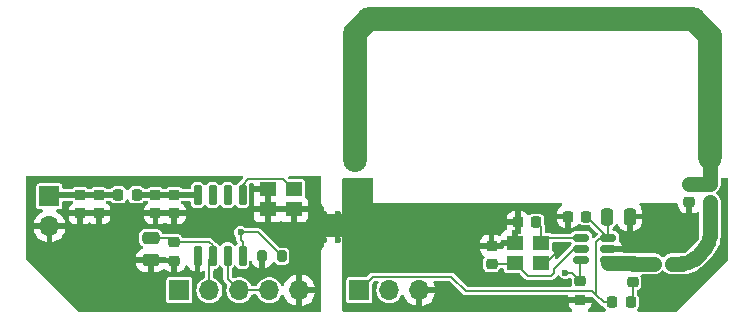
<source format=gbr>
%TF.GenerationSoftware,KiCad,Pcbnew,8.0.0-1.fc39*%
%TF.CreationDate,2024-05-22T19:24:40+02:00*%
%TF.ProjectId,radio433,72616469-6f34-4333-932e-6b696361645f,rev?*%
%TF.SameCoordinates,Original*%
%TF.FileFunction,Copper,L1,Top*%
%TF.FilePolarity,Positive*%
%FSLAX46Y46*%
G04 Gerber Fmt 4.6, Leading zero omitted, Abs format (unit mm)*
G04 Created by KiCad (PCBNEW 8.0.0-1.fc39) date 2024-05-22 19:24:40*
%MOMM*%
%LPD*%
G01*
G04 APERTURE LIST*
G04 Aperture macros list*
%AMRoundRect*
0 Rectangle with rounded corners*
0 $1 Rounding radius*
0 $2 $3 $4 $5 $6 $7 $8 $9 X,Y pos of 4 corners*
0 Add a 4 corners polygon primitive as box body*
4,1,4,$2,$3,$4,$5,$6,$7,$8,$9,$2,$3,0*
0 Add four circle primitives for the rounded corners*
1,1,$1+$1,$2,$3*
1,1,$1+$1,$4,$5*
1,1,$1+$1,$6,$7*
1,1,$1+$1,$8,$9*
0 Add four rect primitives between the rounded corners*
20,1,$1+$1,$2,$3,$4,$5,0*
20,1,$1+$1,$4,$5,$6,$7,0*
20,1,$1+$1,$6,$7,$8,$9,0*
20,1,$1+$1,$8,$9,$2,$3,0*%
%AMHorizOval*
0 Thick line with rounded ends*
0 $1 width*
0 $2 $3 position (X,Y) of the first rounded end (center of the circle)*
0 $4 $5 position (X,Y) of the second rounded end (center of the circle)*
0 Add line between two ends*
20,1,$1,$2,$3,$4,$5,0*
0 Add two circle primitives to create the rounded ends*
1,1,$1,$2,$3*
1,1,$1,$4,$5*%
G04 Aperture macros list end*
%TA.AperFunction,SMDPad,CuDef*%
%ADD10R,1.400000X1.200000*%
%TD*%
%TA.AperFunction,ComponentPad*%
%ADD11R,1.700000X1.700000*%
%TD*%
%TA.AperFunction,ComponentPad*%
%ADD12O,1.700000X1.700000*%
%TD*%
%TA.AperFunction,SMDPad,CuDef*%
%ADD13RoundRect,0.150000X0.150000X-0.725000X0.150000X0.725000X-0.150000X0.725000X-0.150000X-0.725000X0*%
%TD*%
%TA.AperFunction,SMDPad,CuDef*%
%ADD14RoundRect,0.200000X-0.200000X-0.275000X0.200000X-0.275000X0.200000X0.275000X-0.200000X0.275000X0*%
%TD*%
%TA.AperFunction,SMDPad,CuDef*%
%ADD15RoundRect,0.218750X-0.256250X0.218750X-0.256250X-0.218750X0.256250X-0.218750X0.256250X0.218750X0*%
%TD*%
%TA.AperFunction,SMDPad,CuDef*%
%ADD16RoundRect,0.225000X-0.250000X0.225000X-0.250000X-0.225000X0.250000X-0.225000X0.250000X0.225000X0*%
%TD*%
%TA.AperFunction,SMDPad,CuDef*%
%ADD17RoundRect,0.225000X-0.225000X-0.250000X0.225000X-0.250000X0.225000X0.250000X-0.225000X0.250000X0*%
%TD*%
%TA.AperFunction,SMDPad,CuDef*%
%ADD18RoundRect,0.250000X0.475000X-0.250000X0.475000X0.250000X-0.475000X0.250000X-0.475000X-0.250000X0*%
%TD*%
%TA.AperFunction,SMDPad,CuDef*%
%ADD19RoundRect,0.225000X0.225000X0.250000X-0.225000X0.250000X-0.225000X-0.250000X0.225000X-0.250000X0*%
%TD*%
%TA.AperFunction,SMDPad,CuDef*%
%ADD20HorizOval,2.000000X-0.707107X0.707107X0.707107X-0.707107X0*%
%TD*%
%TA.AperFunction,SMDPad,CuDef*%
%ADD21O,2.000000X12.300000*%
%TD*%
%TA.AperFunction,SMDPad,CuDef*%
%ADD22O,2.000000X3.000000*%
%TD*%
%TA.AperFunction,SMDPad,CuDef*%
%ADD23O,2.000000X12.700000*%
%TD*%
%TA.AperFunction,SMDPad,CuDef*%
%ADD24HorizOval,2.000000X0.601041X0.601041X-0.601041X-0.601041X0*%
%TD*%
%TA.AperFunction,SMDPad,CuDef*%
%ADD25O,29.500000X2.000000*%
%TD*%
%TA.AperFunction,SMDPad,CuDef*%
%ADD26RoundRect,0.218750X0.256250X-0.218750X0.256250X0.218750X-0.256250X0.218750X-0.256250X-0.218750X0*%
%TD*%
%TA.AperFunction,SMDPad,CuDef*%
%ADD27RoundRect,0.150000X0.512500X0.150000X-0.512500X0.150000X-0.512500X-0.150000X0.512500X-0.150000X0*%
%TD*%
%TA.AperFunction,SMDPad,CuDef*%
%ADD28RoundRect,0.218750X-0.218750X-0.256250X0.218750X-0.256250X0.218750X0.256250X-0.218750X0.256250X0*%
%TD*%
%TA.AperFunction,SMDPad,CuDef*%
%ADD29RoundRect,0.250000X0.250000X0.475000X-0.250000X0.475000X-0.250000X-0.475000X0.250000X-0.475000X0*%
%TD*%
%TA.AperFunction,ViaPad*%
%ADD30C,0.600000*%
%TD*%
%TA.AperFunction,Conductor*%
%ADD31C,0.500000*%
%TD*%
%TA.AperFunction,Conductor*%
%ADD32C,0.200000*%
%TD*%
%TA.AperFunction,Conductor*%
%ADD33C,1.290000*%
%TD*%
G04 APERTURE END LIST*
D10*
%TO.P,Y2,1,1*%
%TO.N,GND*%
X218300000Y-96650000D03*
%TO.P,Y2,2,2*%
X220500000Y-96650000D03*
%TO.P,Y2,3,3*%
%TO.N,Net-(U2-XIN)*%
X220500000Y-94950000D03*
%TO.P,Y2,4,4*%
%TO.N,GND*%
X218300000Y-94950000D03*
%TD*%
D11*
%TO.P,AE3,1,A*%
%TO.N,Net-(AE3-A)*%
X199825000Y-95550000D03*
D12*
%TO.P,AE3,2,Shield*%
%TO.N,GND*%
X199825000Y-98090000D03*
%TD*%
D13*
%TO.P,U2,1,GND*%
%TO.N,GND*%
X212360000Y-100575000D03*
%TO.P,U2,2,VDD*%
%TO.N,/VDD*%
X213630000Y-100575000D03*
%TO.P,U2,3,DOUT*%
%TO.N,/DOUT*%
X214900000Y-100575000D03*
%TO.P,U2,4,SDN*%
%TO.N,/SHDN*%
X216170000Y-100575000D03*
%TO.P,U2,5,XIN*%
%TO.N,Net-(U2-XIN)*%
X216170000Y-95425000D03*
%TO.P,U2,6,NC*%
%TO.N,unconnected-(U2-NC-Pad6)*%
X214900000Y-95425000D03*
%TO.P,U2,7,NC*%
%TO.N,unconnected-(U2-NC-Pad7)*%
X213630000Y-95425000D03*
%TO.P,U2,8,RFIN*%
%TO.N,Net-(U2-RFIN)*%
X212360000Y-95425000D03*
%TD*%
D14*
%TO.P,R3,1*%
%TO.N,GND*%
X217840000Y-100600000D03*
%TO.P,R3,2*%
%TO.N,/SHDN*%
X219490000Y-100600000D03*
%TD*%
D15*
%TO.P,L4,1,1*%
%TO.N,Net-(AE3-A)*%
X202412500Y-95412500D03*
%TO.P,L4,2,2*%
%TO.N,GND*%
X202412500Y-96987500D03*
%TD*%
%TO.P,L3,1,1*%
%TO.N,Net-(U2-RFIN)*%
X210400000Y-95412500D03*
%TO.P,L3,2,2*%
%TO.N,GND*%
X210400000Y-96987500D03*
%TD*%
D11*
%TO.P,J2,1,Pin_1*%
%TO.N,/SHDN*%
X210820000Y-103500000D03*
D12*
%TO.P,J2,2,Pin_2*%
%TO.N,/VDD*%
X213360000Y-103500000D03*
%TO.P,J2,3,Pin_3*%
%TO.N,/DOUT*%
X215900000Y-103500000D03*
%TO.P,J2,4,Pin_4*%
X218440000Y-103500000D03*
%TO.P,J2,5,Pin_5*%
%TO.N,GND*%
X220980000Y-103500000D03*
%TD*%
D16*
%TO.P,C11,1*%
%TO.N,Net-(AE3-A)*%
X204000000Y-95425000D03*
%TO.P,C11,2*%
%TO.N,GND*%
X204000000Y-96975000D03*
%TD*%
D17*
%TO.P,C10,1*%
%TO.N,Net-(AE3-A)*%
X205650000Y-95400000D03*
%TO.P,C10,2*%
%TO.N,Net-(U2-RFIN)*%
X207200000Y-95400000D03*
%TD*%
D16*
%TO.P,C9,1*%
%TO.N,Net-(U2-RFIN)*%
X208800000Y-95425000D03*
%TO.P,C9,2*%
%TO.N,GND*%
X208800000Y-96975000D03*
%TD*%
D18*
%TO.P,C8,1*%
%TO.N,GND*%
X208400000Y-100950000D03*
%TO.P,C8,2*%
%TO.N,/VDD*%
X208400000Y-99050000D03*
%TD*%
D16*
%TO.P,C7,1*%
%TO.N,/VDD*%
X210400000Y-99425000D03*
%TO.P,C7,2*%
%TO.N,GND*%
X210400000Y-100975000D03*
%TD*%
%TO.P,C3,1*%
%TO.N,/PAOUT_CL*%
X254000000Y-94475000D03*
%TO.P,C3,2*%
%TO.N,GND*%
X254000000Y-96025000D03*
%TD*%
D10*
%TO.P,Y3,1,1*%
%TO.N,Net-(U1-XTLIN)*%
X239250000Y-101200000D03*
%TO.P,Y3,2,2*%
%TO.N,GND*%
X241450000Y-101200000D03*
%TO.P,Y3,3,3*%
%TO.N,Net-(U1-XTLOUT)*%
X241450000Y-99500000D03*
%TO.P,Y3,4,4*%
%TO.N,GND*%
X239250000Y-99500000D03*
%TD*%
D19*
%TO.P,C6,1*%
%TO.N,/VDD*%
X245275000Y-97250000D03*
%TO.P,C6,2*%
%TO.N,GND*%
X243725000Y-97250000D03*
%TD*%
D17*
%TO.P,C4,1*%
%TO.N,GND*%
X239475000Y-97750000D03*
%TO.P,C4,2*%
%TO.N,Net-(U1-XTLOUT)*%
X241025000Y-97750000D03*
%TD*%
D20*
%TO.P,AE1,1*%
%TO.N,/PAOUT_CL*%
X255041593Y-81250000D03*
D21*
X255751593Y-87100000D03*
D22*
X255751593Y-91750000D03*
D23*
%TO.P,AE1,2*%
%TO.N,GND*%
X225671593Y-87120000D03*
D24*
X226271593Y-81160000D03*
D25*
X240625000Y-80552050D03*
%TD*%
D26*
%TO.P,L2,1,1*%
%TO.N,/PAOUT_C*%
X255750000Y-96037500D03*
%TO.P,L2,2,2*%
%TO.N,/PAOUT_CL*%
X255750000Y-94462500D03*
%TD*%
D11*
%TO.P,J1,1,Pin_1*%
%TO.N,/VDD*%
X226060000Y-103500000D03*
D12*
%TO.P,J1,2,Pin_2*%
%TO.N,/DIN*%
X228600000Y-103500000D03*
%TO.P,J1,3,Pin_3*%
%TO.N,GND*%
X231140000Y-103500000D03*
%TD*%
D27*
%TO.P,U1,1,PAOUT*%
%TO.N,/PAOUT*%
X247137500Y-100950000D03*
%TO.P,U1,2,VSS*%
%TO.N,GND*%
X247137500Y-100000000D03*
%TO.P,U1,3,VDD*%
%TO.N,/VDD*%
X247137500Y-99050000D03*
%TO.P,U1,4,XTLOUT*%
%TO.N,Net-(U1-XTLOUT)*%
X244862500Y-99050000D03*
%TO.P,U1,5,XTLIN*%
%TO.N,Net-(U1-XTLIN)*%
X244862500Y-100000000D03*
%TO.P,U1,6,ASK*%
%TO.N,/DIN*%
X244862500Y-100950000D03*
%TD*%
D16*
%TO.P,C5,1*%
%TO.N,GND*%
X237250000Y-99725000D03*
%TO.P,C5,2*%
%TO.N,Net-(U1-XTLIN)*%
X237250000Y-101275000D03*
%TD*%
D28*
%TO.P,R2,1*%
%TO.N,/VDD*%
X247462500Y-104500000D03*
%TO.P,R2,2*%
%TO.N,Net-(L1-Pad1)*%
X249037500Y-104500000D03*
%TD*%
D26*
%TO.P,L1,1,1*%
%TO.N,Net-(L1-Pad1)*%
X249212500Y-102787500D03*
%TO.P,L1,2,2*%
%TO.N,/PAOUT*%
X249212500Y-101212500D03*
%TD*%
D17*
%TO.P,C2,1*%
%TO.N,/PAOUT*%
X250975000Y-101250000D03*
%TO.P,C2,2*%
%TO.N,/PAOUT_C*%
X252525000Y-101250000D03*
%TD*%
D26*
%TO.P,R1,1*%
%TO.N,GND*%
X244750000Y-104287500D03*
%TO.P,R1,2*%
%TO.N,/DIN*%
X244750000Y-102712500D03*
%TD*%
D29*
%TO.P,C1,1*%
%TO.N,GND*%
X248950000Y-97250000D03*
%TO.P,C1,2*%
%TO.N,/VDD*%
X247050000Y-97250000D03*
%TD*%
D30*
%TO.N,GND*%
X202800000Y-98600000D03*
X202800000Y-99800000D03*
X202800000Y-101000000D03*
X204000000Y-101000000D03*
X204000000Y-99800000D03*
X204000000Y-98600000D03*
X205200000Y-101000000D03*
X205200000Y-99800000D03*
X205200000Y-98600000D03*
X203850000Y-103200000D03*
X204600000Y-103950000D03*
X203850000Y-101700000D03*
X204600000Y-101700000D03*
X203850000Y-102450000D03*
X204600000Y-103200000D03*
X204600000Y-102450000D03*
X203850000Y-103950000D03*
X202250000Y-103200000D03*
X203000000Y-103950000D03*
X202250000Y-101700000D03*
X203000000Y-101700000D03*
X202250000Y-102450000D03*
X203000000Y-103200000D03*
X203000000Y-102450000D03*
X202250000Y-103950000D03*
X233250000Y-100400000D03*
X234000000Y-101150000D03*
X233250000Y-98900000D03*
X234000000Y-98900000D03*
X233250000Y-99650000D03*
X234000000Y-100400000D03*
X234000000Y-99650000D03*
X233250000Y-101150000D03*
%TO.N,/SHDN*%
X216000000Y-98600000D03*
%TO.N,GND*%
X251000000Y-99000000D03*
X252230000Y-103650000D03*
X225800000Y-95300000D03*
X224250000Y-99250000D03*
X225100000Y-94600000D03*
X252980000Y-103650000D03*
X253730000Y-103650000D03*
X225800000Y-94600000D03*
X225100000Y-95300000D03*
X223050000Y-98500000D03*
X251750000Y-99000000D03*
X251750000Y-96750000D03*
X224250000Y-98500000D03*
X224250000Y-97000000D03*
X251000000Y-97500000D03*
X243010000Y-100040000D03*
X251750000Y-98250000D03*
X251750000Y-97500000D03*
X251000000Y-98250000D03*
X252230000Y-104400000D03*
X252980000Y-104400000D03*
X223050000Y-99250000D03*
X251000000Y-96750000D03*
X223049999Y-97000590D03*
X225660000Y-93120000D03*
%TO.N,/DIN*%
X243500000Y-102000000D03*
%TD*%
D31*
%TO.N,Net-(AE3-A)*%
X202412500Y-95412500D02*
X199962500Y-95412500D01*
X199962500Y-95412500D02*
X199825000Y-95550000D01*
X204000000Y-95425000D02*
X202425000Y-95425000D01*
X202425000Y-95425000D02*
X202412500Y-95412500D01*
X205650000Y-95400000D02*
X204025000Y-95400000D01*
X204025000Y-95400000D02*
X204000000Y-95425000D01*
%TO.N,Net-(U2-RFIN)*%
X208800000Y-95425000D02*
X207225000Y-95425000D01*
X207225000Y-95425000D02*
X207200000Y-95400000D01*
X210400000Y-95412500D02*
X208812500Y-95412500D01*
X208812500Y-95412500D02*
X208800000Y-95425000D01*
X212360000Y-95425000D02*
X210412500Y-95425000D01*
X210412500Y-95425000D02*
X210400000Y-95412500D01*
D32*
%TO.N,Net-(U2-XIN)*%
X216170000Y-95425000D02*
X216170000Y-94550001D01*
X216170000Y-94550001D02*
X216670001Y-94050000D01*
X216670001Y-94050000D02*
X219600000Y-94050000D01*
X219600000Y-94050000D02*
X220500000Y-94950000D01*
%TO.N,/SHDN*%
X219490000Y-100600000D02*
X217490000Y-98600000D01*
X217490000Y-98600000D02*
X216000000Y-98600000D01*
X216000000Y-98600000D02*
X216000000Y-99200000D01*
X216000000Y-99200000D02*
X216170000Y-99370000D01*
X216170000Y-99370000D02*
X216170000Y-100575000D01*
%TO.N,/VDD*%
X208400000Y-99050000D02*
X210025000Y-99050000D01*
X210025000Y-99050000D02*
X210400000Y-99425000D01*
X210400000Y-99425000D02*
X210425000Y-99400000D01*
X210425000Y-99400000D02*
X213329999Y-99400000D01*
X213329999Y-99400000D02*
X213630000Y-99700001D01*
X213630000Y-99700001D02*
X213630000Y-100575000D01*
X213360000Y-103500000D02*
X213360000Y-100845000D01*
X213360000Y-100845000D02*
X213630000Y-100575000D01*
%TO.N,/DOUT*%
X218440000Y-103500000D02*
X215900000Y-103500000D01*
X215900000Y-103500000D02*
X214900000Y-102500000D01*
X214900000Y-102500000D02*
X214900000Y-100575000D01*
%TO.N,GND*%
X241450000Y-101200000D02*
X241850000Y-101200000D01*
X241850000Y-101200000D02*
X243010000Y-100040000D01*
%TO.N,Net-(U1-XTLIN)*%
X242300000Y-102250000D02*
X240300000Y-102250000D01*
X244200001Y-100000000D02*
X242500000Y-101700001D01*
X239175000Y-101275000D02*
X239250000Y-101200000D01*
X242500000Y-101700001D02*
X242500000Y-102050000D01*
X242500000Y-102050000D02*
X242300000Y-102250000D01*
X237250000Y-101275000D02*
X239175000Y-101275000D01*
X240300000Y-102250000D02*
X239250000Y-101200000D01*
X244862500Y-100000000D02*
X244200001Y-100000000D01*
%TO.N,Net-(U1-XTLOUT)*%
X241450000Y-99500000D02*
X241450000Y-98175000D01*
X241450000Y-98175000D02*
X241025000Y-97750000D01*
X241900000Y-99050000D02*
X244862500Y-99050000D01*
X241450000Y-99500000D02*
X241900000Y-99050000D01*
%TO.N,/VDD*%
X246750000Y-104500000D02*
X247462500Y-104500000D01*
X227210000Y-102350000D02*
X226060000Y-103500000D01*
X235050000Y-103550000D02*
X245800000Y-103550000D01*
X247137500Y-99050000D02*
X247137500Y-97337500D01*
X233850000Y-102350000D02*
X227210000Y-102350000D01*
X247137500Y-97337500D02*
X247050000Y-97250000D01*
X245800000Y-103550000D02*
X246125000Y-103875000D01*
X233850000Y-102350000D02*
X235050000Y-103550000D01*
X246125000Y-99400001D02*
X246125000Y-103875000D01*
X246475001Y-99050000D02*
X246125000Y-99400001D01*
X245337500Y-97250000D02*
X245275000Y-97250000D01*
X247137500Y-99050000D02*
X245337500Y-97250000D01*
X247137500Y-99050000D02*
X246475001Y-99050000D01*
X246125000Y-103875000D02*
X246750000Y-104500000D01*
%TO.N,/DIN*%
X244750000Y-101062500D02*
X244862500Y-100950000D01*
X243500000Y-102000000D02*
X244037500Y-102000000D01*
X244037500Y-102000000D02*
X244750000Y-102712500D01*
X244750000Y-102712500D02*
X244750000Y-101062500D01*
%TO.N,Net-(L1-Pad1)*%
X249212500Y-104325000D02*
X249037500Y-104500000D01*
X249212500Y-102787500D02*
X249212500Y-104325000D01*
D33*
%TO.N,/PAOUT_CL*%
X254000000Y-94475000D02*
X255737500Y-94475000D01*
X255737500Y-94475000D02*
X255750000Y-94462500D01*
X255750000Y-94462500D02*
X255750000Y-91751593D01*
X255750000Y-91751593D02*
X255751593Y-91750000D01*
%TO.N,/PAOUT*%
X249250000Y-101250000D02*
X249212500Y-101212500D01*
X250975000Y-101250000D02*
X249250000Y-101250000D01*
X249212500Y-101212500D02*
X247155000Y-101212500D01*
X247155000Y-101212500D02*
X247137500Y-101195000D01*
%TO.N,/PAOUT_C*%
X255750000Y-98878680D02*
X255750000Y-96037500D01*
X254439340Y-100810660D02*
X255310660Y-99939340D01*
X252525000Y-101250000D02*
X253378680Y-101250000D01*
X253378680Y-101250000D02*
G75*
G03*
X254439350Y-100810670I20J1500000D01*
G01*
X255310660Y-99939340D02*
G75*
G03*
X255749985Y-98878680I-1060660J1060640D01*
G01*
%TD*%
%TA.AperFunction,Conductor*%
%TO.N,GND*%
G36*
X216191496Y-93820185D02*
G01*
X216237251Y-93872989D01*
X216247195Y-93942147D01*
X216218170Y-94005703D01*
X216212157Y-94012161D01*
X215972058Y-94252260D01*
X215938363Y-94285955D01*
X215902406Y-94307991D01*
X215903391Y-94309923D01*
X215781659Y-94371949D01*
X215781652Y-94371954D01*
X215691954Y-94461652D01*
X215691949Y-94461659D01*
X215645483Y-94552852D01*
X215597508Y-94603648D01*
X215529687Y-94620442D01*
X215463552Y-94597904D01*
X215424516Y-94552852D01*
X215378050Y-94461658D01*
X215378047Y-94461655D01*
X215378045Y-94461652D01*
X215288347Y-94371954D01*
X215288344Y-94371952D01*
X215288342Y-94371950D01*
X215196828Y-94325321D01*
X215175301Y-94314352D01*
X215081524Y-94299500D01*
X214718482Y-94299500D01*
X214642843Y-94311480D01*
X214624696Y-94314354D01*
X214511658Y-94371950D01*
X214511657Y-94371951D01*
X214511652Y-94371954D01*
X214421954Y-94461652D01*
X214421949Y-94461659D01*
X214375483Y-94552852D01*
X214327508Y-94603648D01*
X214259687Y-94620442D01*
X214193552Y-94597904D01*
X214154516Y-94552852D01*
X214108050Y-94461658D01*
X214108047Y-94461655D01*
X214108045Y-94461652D01*
X214018347Y-94371954D01*
X214018344Y-94371952D01*
X214018342Y-94371950D01*
X213926828Y-94325321D01*
X213905301Y-94314352D01*
X213811524Y-94299500D01*
X213448482Y-94299500D01*
X213372843Y-94311480D01*
X213354696Y-94314354D01*
X213241658Y-94371950D01*
X213241657Y-94371951D01*
X213241652Y-94371954D01*
X213151954Y-94461652D01*
X213151949Y-94461659D01*
X213105483Y-94552852D01*
X213057508Y-94603648D01*
X212989687Y-94620442D01*
X212923552Y-94597904D01*
X212884516Y-94552852D01*
X212838050Y-94461658D01*
X212838047Y-94461655D01*
X212838045Y-94461652D01*
X212748347Y-94371954D01*
X212748344Y-94371952D01*
X212748342Y-94371950D01*
X212656828Y-94325321D01*
X212635301Y-94314352D01*
X212541524Y-94299500D01*
X212178482Y-94299500D01*
X212102843Y-94311480D01*
X212084696Y-94314354D01*
X211971658Y-94371950D01*
X211971657Y-94371951D01*
X211971652Y-94371954D01*
X211881954Y-94461652D01*
X211881951Y-94461657D01*
X211881950Y-94461658D01*
X211876177Y-94472989D01*
X211824352Y-94574698D01*
X211809500Y-94668475D01*
X211809500Y-94800500D01*
X211789815Y-94867539D01*
X211737011Y-94913294D01*
X211685500Y-94924500D01*
X211102928Y-94924500D01*
X211035889Y-94904815D01*
X211003662Y-94874812D01*
X211003661Y-94874811D01*
X210991472Y-94858528D01*
X210883450Y-94777664D01*
X210883447Y-94777662D01*
X210757024Y-94730509D01*
X210701144Y-94724500D01*
X210701130Y-94724500D01*
X210098870Y-94724500D01*
X210098855Y-94724500D01*
X210042975Y-94730509D01*
X209916552Y-94777662D01*
X209916545Y-94777666D01*
X209808533Y-94858522D01*
X209808527Y-94858528D01*
X209805698Y-94862309D01*
X209749765Y-94904181D01*
X209706430Y-94912000D01*
X209490450Y-94912000D01*
X209423411Y-94892315D01*
X209391183Y-94862311D01*
X209389689Y-94860316D01*
X209389688Y-94860315D01*
X209389687Y-94860313D01*
X209293088Y-94788000D01*
X209280228Y-94778373D01*
X209280226Y-94778372D01*
X209152114Y-94730588D01*
X209152112Y-94730587D01*
X209152110Y-94730587D01*
X209095493Y-94724500D01*
X208504518Y-94724500D01*
X208504509Y-94724501D01*
X208447885Y-94730587D01*
X208319771Y-94778373D01*
X208319770Y-94778373D01*
X208210318Y-94860307D01*
X208210312Y-94860313D01*
X208199459Y-94874812D01*
X208143524Y-94916683D01*
X208100193Y-94924500D01*
X207912236Y-94924500D01*
X207845197Y-94904815D01*
X207812969Y-94874811D01*
X207764687Y-94810313D01*
X207698911Y-94761074D01*
X207655228Y-94728373D01*
X207655226Y-94728372D01*
X207527114Y-94680588D01*
X207527112Y-94680587D01*
X207527110Y-94680587D01*
X207470493Y-94674500D01*
X206929518Y-94674500D01*
X206929509Y-94674501D01*
X206872885Y-94680587D01*
X206744773Y-94728372D01*
X206635313Y-94810313D01*
X206553372Y-94919773D01*
X206541181Y-94952459D01*
X206499310Y-95008392D01*
X206433845Y-95032808D01*
X206365572Y-95017956D01*
X206316167Y-94968550D01*
X206308819Y-94952459D01*
X206296628Y-94919774D01*
X206214687Y-94810313D01*
X206148911Y-94761074D01*
X206105228Y-94728373D01*
X206105226Y-94728372D01*
X205977114Y-94680588D01*
X205977112Y-94680587D01*
X205977110Y-94680587D01*
X205920493Y-94674500D01*
X205379518Y-94674500D01*
X205379509Y-94674501D01*
X205322885Y-94680587D01*
X205194773Y-94728372D01*
X205085312Y-94810314D01*
X205085309Y-94810317D01*
X205055747Y-94849809D01*
X204999814Y-94891681D01*
X204956479Y-94899500D01*
X204680236Y-94899500D01*
X204613197Y-94879815D01*
X204592555Y-94863181D01*
X204589689Y-94860315D01*
X204589687Y-94860314D01*
X204589687Y-94860313D01*
X204522896Y-94810314D01*
X204480228Y-94778373D01*
X204480226Y-94778372D01*
X204352114Y-94730588D01*
X204352112Y-94730587D01*
X204352110Y-94730587D01*
X204295493Y-94724500D01*
X203704518Y-94724500D01*
X203704509Y-94724501D01*
X203647885Y-94730587D01*
X203519771Y-94778373D01*
X203519770Y-94778373D01*
X203410318Y-94860307D01*
X203410312Y-94860313D01*
X203399459Y-94874812D01*
X203343524Y-94916683D01*
X203300193Y-94924500D01*
X203115428Y-94924500D01*
X203048389Y-94904815D01*
X203016162Y-94874812D01*
X203016161Y-94874811D01*
X203003972Y-94858528D01*
X202895950Y-94777664D01*
X202895947Y-94777662D01*
X202769524Y-94730509D01*
X202713644Y-94724500D01*
X202713630Y-94724500D01*
X202111370Y-94724500D01*
X202111355Y-94724500D01*
X202055475Y-94730509D01*
X201929052Y-94777662D01*
X201929045Y-94777666D01*
X201821033Y-94858522D01*
X201821027Y-94858528D01*
X201818198Y-94862309D01*
X201762265Y-94904181D01*
X201718930Y-94912000D01*
X201049500Y-94912000D01*
X200982461Y-94892315D01*
X200936706Y-94839511D01*
X200925500Y-94788000D01*
X200925500Y-94675323D01*
X200925499Y-94675321D01*
X200910967Y-94602264D01*
X200910966Y-94602260D01*
X200892550Y-94574698D01*
X200855601Y-94519399D01*
X200787956Y-94474201D01*
X200772739Y-94464033D01*
X200772735Y-94464032D01*
X200699677Y-94449500D01*
X200699674Y-94449500D01*
X198950326Y-94449500D01*
X198950323Y-94449500D01*
X198877264Y-94464032D01*
X198877260Y-94464033D01*
X198794399Y-94519399D01*
X198739033Y-94602260D01*
X198739032Y-94602264D01*
X198724500Y-94675321D01*
X198724500Y-96424678D01*
X198739032Y-96497735D01*
X198739033Y-96497739D01*
X198739034Y-96497740D01*
X198794399Y-96580601D01*
X198856981Y-96622416D01*
X198877260Y-96635966D01*
X198877264Y-96635967D01*
X198950321Y-96650499D01*
X198950324Y-96650500D01*
X199158318Y-96650500D01*
X199225357Y-96670185D01*
X199271112Y-96722989D01*
X199281056Y-96792147D01*
X199252031Y-96855703D01*
X199210723Y-96886882D01*
X199147422Y-96916399D01*
X199147420Y-96916400D01*
X198953926Y-97051886D01*
X198953920Y-97051891D01*
X198786891Y-97218920D01*
X198786886Y-97218926D01*
X198651400Y-97412420D01*
X198651399Y-97412422D01*
X198551570Y-97626507D01*
X198551567Y-97626513D01*
X198494364Y-97839999D01*
X198494364Y-97840000D01*
X199391988Y-97840000D01*
X199359075Y-97897007D01*
X199325000Y-98024174D01*
X199325000Y-98155826D01*
X199359075Y-98282993D01*
X199391988Y-98340000D01*
X198494364Y-98340000D01*
X198551567Y-98553486D01*
X198551570Y-98553492D01*
X198651399Y-98767578D01*
X198786894Y-98961082D01*
X198953917Y-99128105D01*
X199147421Y-99263600D01*
X199361507Y-99363429D01*
X199361516Y-99363433D01*
X199575000Y-99420634D01*
X199575000Y-98523012D01*
X199632007Y-98555925D01*
X199759174Y-98590000D01*
X199890826Y-98590000D01*
X200017993Y-98555925D01*
X200075000Y-98523012D01*
X200075000Y-99420633D01*
X200288483Y-99363433D01*
X200288492Y-99363429D01*
X200502578Y-99263600D01*
X200696082Y-99128105D01*
X200863105Y-98961082D01*
X200998600Y-98767578D01*
X201098429Y-98553492D01*
X201098432Y-98553486D01*
X201155636Y-98340000D01*
X200258012Y-98340000D01*
X200290925Y-98282993D01*
X200325000Y-98155826D01*
X200325000Y-98024174D01*
X200290925Y-97897007D01*
X200258012Y-97840000D01*
X201155636Y-97840000D01*
X201155635Y-97839999D01*
X201098432Y-97626513D01*
X201098429Y-97626507D01*
X200998600Y-97412422D01*
X200998599Y-97412420D01*
X200876119Y-97237500D01*
X201437501Y-97237500D01*
X201437501Y-97254152D01*
X201447556Y-97352583D01*
X201500406Y-97512072D01*
X201500408Y-97512077D01*
X201588614Y-97655080D01*
X201707419Y-97773885D01*
X201850422Y-97862091D01*
X201850427Y-97862093D01*
X202009916Y-97914942D01*
X202108355Y-97924999D01*
X202662500Y-97924999D01*
X202716636Y-97924999D01*
X202716652Y-97924998D01*
X202815083Y-97914943D01*
X202974572Y-97862093D01*
X202974577Y-97862091D01*
X203117579Y-97773886D01*
X203120388Y-97771077D01*
X203122799Y-97769759D01*
X203123247Y-97769406D01*
X203123307Y-97769482D01*
X203181707Y-97737584D01*
X203251399Y-97742560D01*
X203291447Y-97768294D01*
X203291605Y-97768095D01*
X203293632Y-97769698D01*
X203295761Y-97771066D01*
X203297267Y-97772572D01*
X203297271Y-97772575D01*
X203441507Y-97861542D01*
X203441518Y-97861547D01*
X203602393Y-97914855D01*
X203701683Y-97924999D01*
X203749999Y-97924998D01*
X203750000Y-97924998D01*
X203750000Y-97225000D01*
X204250000Y-97225000D01*
X204250000Y-97924999D01*
X204298308Y-97924999D01*
X204298322Y-97924998D01*
X204397607Y-97914855D01*
X204558481Y-97861547D01*
X204558492Y-97861542D01*
X204702728Y-97772575D01*
X204702732Y-97772572D01*
X204822572Y-97652732D01*
X204822575Y-97652728D01*
X204911542Y-97508492D01*
X204911547Y-97508481D01*
X204964855Y-97347606D01*
X204974999Y-97248322D01*
X204975000Y-97248309D01*
X204975000Y-97225000D01*
X207825001Y-97225000D01*
X207825001Y-97248322D01*
X207835144Y-97347607D01*
X207888452Y-97508481D01*
X207888457Y-97508492D01*
X207977424Y-97652728D01*
X207977427Y-97652732D01*
X208097267Y-97772572D01*
X208097271Y-97772575D01*
X208241507Y-97861542D01*
X208241518Y-97861547D01*
X208402393Y-97914855D01*
X208501683Y-97924999D01*
X208549999Y-97924998D01*
X208550000Y-97924998D01*
X208550000Y-97225000D01*
X209050000Y-97225000D01*
X209050000Y-97924999D01*
X209098308Y-97924999D01*
X209098322Y-97924998D01*
X209197607Y-97914855D01*
X209358481Y-97861547D01*
X209358492Y-97861542D01*
X209502731Y-97772574D01*
X209510481Y-97764823D01*
X209571801Y-97731333D01*
X209641494Y-97736312D01*
X209685850Y-97764816D01*
X209694919Y-97773885D01*
X209837922Y-97862091D01*
X209837927Y-97862093D01*
X209997416Y-97914942D01*
X210095855Y-97924999D01*
X210149999Y-97924998D01*
X210150000Y-97924998D01*
X210150000Y-97237500D01*
X210650000Y-97237500D01*
X210650000Y-97924999D01*
X210704136Y-97924999D01*
X210704152Y-97924998D01*
X210802583Y-97914943D01*
X210962072Y-97862093D01*
X210962077Y-97862091D01*
X211105080Y-97773885D01*
X211223885Y-97655080D01*
X211312091Y-97512077D01*
X211312093Y-97512072D01*
X211364942Y-97352583D01*
X211374999Y-97254150D01*
X211375000Y-97254137D01*
X211375000Y-97237500D01*
X210650000Y-97237500D01*
X210150000Y-97237500D01*
X209445862Y-97237500D01*
X209403292Y-97225000D01*
X209050000Y-97225000D01*
X208550000Y-97225000D01*
X207825001Y-97225000D01*
X204975000Y-97225000D01*
X204250000Y-97225000D01*
X203750000Y-97225000D01*
X203410698Y-97225000D01*
X203392996Y-97234666D01*
X203366638Y-97237500D01*
X202662500Y-97237500D01*
X202662500Y-97924999D01*
X202108355Y-97924999D01*
X202162499Y-97924998D01*
X202162500Y-97924998D01*
X202162500Y-97237500D01*
X201437501Y-97237500D01*
X200876119Y-97237500D01*
X200863113Y-97218926D01*
X200863108Y-97218920D01*
X200696082Y-97051894D01*
X200502578Y-96916399D01*
X200467409Y-96900000D01*
X217100000Y-96900000D01*
X217100000Y-97297844D01*
X217106401Y-97357372D01*
X217106403Y-97357379D01*
X217156645Y-97492086D01*
X217156649Y-97492093D01*
X217242809Y-97607187D01*
X217242812Y-97607190D01*
X217357906Y-97693350D01*
X217357913Y-97693354D01*
X217492620Y-97743596D01*
X217492627Y-97743598D01*
X217552155Y-97749999D01*
X217552172Y-97750000D01*
X218050000Y-97750000D01*
X218050000Y-96900000D01*
X218550000Y-96900000D01*
X218550000Y-97750000D01*
X219047828Y-97750000D01*
X219047844Y-97749999D01*
X219107372Y-97743598D01*
X219107379Y-97743596D01*
X219242086Y-97693354D01*
X219242089Y-97693352D01*
X219325688Y-97630770D01*
X219391152Y-97606352D01*
X219459425Y-97621203D01*
X219474312Y-97630770D01*
X219557910Y-97693352D01*
X219557913Y-97693354D01*
X219692620Y-97743596D01*
X219692627Y-97743598D01*
X219752155Y-97749999D01*
X219752172Y-97750000D01*
X220250000Y-97750000D01*
X220250000Y-96900000D01*
X220750000Y-96900000D01*
X220750000Y-97750000D01*
X221247828Y-97750000D01*
X221247844Y-97749999D01*
X221307372Y-97743598D01*
X221307379Y-97743596D01*
X221442086Y-97693354D01*
X221442093Y-97693350D01*
X221557187Y-97607190D01*
X221557190Y-97607187D01*
X221643350Y-97492093D01*
X221643354Y-97492086D01*
X221693596Y-97357379D01*
X221693598Y-97357372D01*
X221699999Y-97297844D01*
X221700000Y-97297827D01*
X221700000Y-96900000D01*
X220750000Y-96900000D01*
X220250000Y-96900000D01*
X218550000Y-96900000D01*
X218050000Y-96900000D01*
X217100000Y-96900000D01*
X200467409Y-96900000D01*
X200439277Y-96886882D01*
X200386838Y-96840710D01*
X200367686Y-96773516D01*
X200387902Y-96706635D01*
X200441067Y-96661300D01*
X200491682Y-96650500D01*
X200699676Y-96650500D01*
X200699677Y-96650499D01*
X200772740Y-96635966D01*
X200855601Y-96580601D01*
X200910966Y-96497740D01*
X200925500Y-96424674D01*
X200925500Y-96037000D01*
X200945185Y-95969961D01*
X200997989Y-95924206D01*
X201049500Y-95913000D01*
X201718930Y-95913000D01*
X201785969Y-95932685D01*
X201818197Y-95962690D01*
X201821028Y-95966472D01*
X201821030Y-95966473D01*
X201823999Y-95970440D01*
X201848412Y-96035906D01*
X201833557Y-96104178D01*
X201789826Y-96150284D01*
X201707421Y-96201112D01*
X201588614Y-96319919D01*
X201500408Y-96462922D01*
X201500406Y-96462927D01*
X201447557Y-96622416D01*
X201437500Y-96720849D01*
X201437500Y-96737500D01*
X203001802Y-96737500D01*
X203019504Y-96727834D01*
X203045862Y-96725000D01*
X204974999Y-96725000D01*
X204974999Y-96701692D01*
X204974998Y-96701677D01*
X204964855Y-96602392D01*
X204911547Y-96441518D01*
X204911542Y-96441507D01*
X204822575Y-96297271D01*
X204822572Y-96297267D01*
X204702732Y-96177427D01*
X204702728Y-96177424D01*
X204644730Y-96141650D01*
X204598005Y-96089702D01*
X204586784Y-96020739D01*
X204610562Y-95961800D01*
X204619260Y-95950180D01*
X204675196Y-95908315D01*
X204718521Y-95900500D01*
X204956479Y-95900500D01*
X205023518Y-95920185D01*
X205055746Y-95950190D01*
X205085313Y-95989687D01*
X205194774Y-96071628D01*
X205322886Y-96119412D01*
X205379515Y-96125500D01*
X205920484Y-96125499D01*
X205977114Y-96119412D01*
X206105226Y-96071628D01*
X206214687Y-95989687D01*
X206296628Y-95880226D01*
X206308819Y-95847538D01*
X206350687Y-95791609D01*
X206416150Y-95767191D01*
X206484424Y-95782042D01*
X206533830Y-95831446D01*
X206541180Y-95847539D01*
X206553372Y-95880227D01*
X206574399Y-95908315D01*
X206635313Y-95989687D01*
X206744774Y-96071628D01*
X206872886Y-96119412D01*
X206929515Y-96125500D01*
X207470484Y-96125499D01*
X207527114Y-96119412D01*
X207655226Y-96071628D01*
X207655229Y-96071626D01*
X207764681Y-95989692D01*
X207764683Y-95989689D01*
X207764687Y-95989687D01*
X207775541Y-95975188D01*
X207831476Y-95933317D01*
X207874807Y-95925500D01*
X208068468Y-95925500D01*
X208135507Y-95945185D01*
X208181262Y-95997989D01*
X208191206Y-96067147D01*
X208162181Y-96130703D01*
X208133565Y-96155038D01*
X208097271Y-96177424D01*
X208097267Y-96177427D01*
X207977427Y-96297267D01*
X207977424Y-96297271D01*
X207888457Y-96441507D01*
X207888452Y-96441518D01*
X207835144Y-96602393D01*
X207825000Y-96701677D01*
X207825000Y-96725000D01*
X209754138Y-96725000D01*
X209796708Y-96737500D01*
X211374999Y-96737500D01*
X211374999Y-96720864D01*
X211374998Y-96720847D01*
X211364943Y-96622416D01*
X211312093Y-96462927D01*
X211312091Y-96462922D01*
X211223885Y-96319919D01*
X211105079Y-96201113D01*
X211105075Y-96201110D01*
X211030381Y-96155038D01*
X210983656Y-96103090D01*
X210972435Y-96034128D01*
X211000278Y-95970046D01*
X211058347Y-95931190D01*
X211095478Y-95925500D01*
X211685501Y-95925500D01*
X211752540Y-95945185D01*
X211798295Y-95997989D01*
X211809501Y-96049500D01*
X211809501Y-96181518D01*
X211824354Y-96275304D01*
X211881950Y-96388342D01*
X211881952Y-96388344D01*
X211881954Y-96388347D01*
X211971652Y-96478045D01*
X211971654Y-96478046D01*
X211971658Y-96478050D01*
X212084694Y-96535645D01*
X212084698Y-96535647D01*
X212178475Y-96550499D01*
X212178481Y-96550500D01*
X212541518Y-96550499D01*
X212635304Y-96535646D01*
X212748342Y-96478050D01*
X212838050Y-96388342D01*
X212884516Y-96297145D01*
X212932490Y-96246352D01*
X213000311Y-96229557D01*
X213066445Y-96252094D01*
X213105482Y-96297145D01*
X213151950Y-96388342D01*
X213151951Y-96388343D01*
X213151954Y-96388347D01*
X213241652Y-96478045D01*
X213241654Y-96478046D01*
X213241658Y-96478050D01*
X213354694Y-96535645D01*
X213354698Y-96535647D01*
X213448475Y-96550499D01*
X213448481Y-96550500D01*
X213811518Y-96550499D01*
X213905304Y-96535646D01*
X214018342Y-96478050D01*
X214108050Y-96388342D01*
X214154516Y-96297145D01*
X214202490Y-96246352D01*
X214270311Y-96229557D01*
X214336445Y-96252094D01*
X214375482Y-96297145D01*
X214421950Y-96388342D01*
X214421951Y-96388343D01*
X214421954Y-96388347D01*
X214511652Y-96478045D01*
X214511654Y-96478046D01*
X214511658Y-96478050D01*
X214624694Y-96535645D01*
X214624698Y-96535647D01*
X214718475Y-96550499D01*
X214718481Y-96550500D01*
X215081518Y-96550499D01*
X215175304Y-96535646D01*
X215288342Y-96478050D01*
X215378050Y-96388342D01*
X215424516Y-96297145D01*
X215472490Y-96246352D01*
X215540311Y-96229557D01*
X215606445Y-96252094D01*
X215645482Y-96297145D01*
X215691950Y-96388342D01*
X215691951Y-96388343D01*
X215691954Y-96388347D01*
X215781652Y-96478045D01*
X215781654Y-96478046D01*
X215781658Y-96478050D01*
X215894694Y-96535645D01*
X215894698Y-96535647D01*
X215988475Y-96550499D01*
X215988481Y-96550500D01*
X216351518Y-96550499D01*
X216445304Y-96535646D01*
X216558342Y-96478050D01*
X216648050Y-96388342D01*
X216705646Y-96275304D01*
X216705646Y-96275302D01*
X216705647Y-96275301D01*
X216720499Y-96181524D01*
X216720500Y-96181519D01*
X216720499Y-95200000D01*
X217100000Y-95200000D01*
X217100000Y-95597844D01*
X217106401Y-95657372D01*
X217106403Y-95657383D01*
X217143434Y-95756668D01*
X217148418Y-95826360D01*
X217143434Y-95843332D01*
X217106403Y-95942616D01*
X217106401Y-95942627D01*
X217100000Y-96002155D01*
X217100000Y-96400000D01*
X218050000Y-96400000D01*
X218050000Y-95200000D01*
X217100000Y-95200000D01*
X216720499Y-95200000D01*
X216720499Y-94668482D01*
X216720499Y-94668481D01*
X216720499Y-94668476D01*
X216706689Y-94581280D01*
X216715644Y-94511987D01*
X216741482Y-94474201D01*
X216778866Y-94436818D01*
X216840190Y-94403333D01*
X216866546Y-94400500D01*
X216976000Y-94400500D01*
X217043039Y-94420185D01*
X217088794Y-94472989D01*
X217100000Y-94524500D01*
X217100000Y-94700000D01*
X218426000Y-94700000D01*
X218493039Y-94719685D01*
X218538794Y-94772489D01*
X218550000Y-94824000D01*
X218550000Y-96400000D01*
X221700000Y-96400000D01*
X221700000Y-96002172D01*
X221699999Y-96002155D01*
X221693598Y-95942627D01*
X221693596Y-95942620D01*
X221643354Y-95807913D01*
X221643350Y-95807906D01*
X221557191Y-95692814D01*
X221557185Y-95692807D01*
X221500188Y-95650139D01*
X221458318Y-95594205D01*
X221450500Y-95550873D01*
X221450500Y-94325323D01*
X221450499Y-94325321D01*
X221435967Y-94252264D01*
X221435966Y-94252260D01*
X221380601Y-94169399D01*
X221297740Y-94114034D01*
X221297739Y-94114033D01*
X221297735Y-94114032D01*
X221224677Y-94099500D01*
X221224674Y-94099500D01*
X220196544Y-94099500D01*
X220129505Y-94079815D01*
X220108863Y-94063181D01*
X220057863Y-94012181D01*
X220024378Y-93950858D01*
X220029362Y-93881166D01*
X220071234Y-93825233D01*
X220136698Y-93800816D01*
X220145544Y-93800500D01*
X222725500Y-93800500D01*
X222792539Y-93820185D01*
X222838294Y-93872989D01*
X222849500Y-93924500D01*
X222849500Y-96084135D01*
X222870200Y-96181524D01*
X222884486Y-96248731D01*
X222952928Y-96402455D01*
X223051836Y-96538589D01*
X223058971Y-96545013D01*
X223095620Y-96604499D01*
X223100000Y-96637164D01*
X223100000Y-97000000D01*
X222000000Y-97000000D01*
X222000000Y-99000000D01*
X223100000Y-99000000D01*
X223100000Y-99612835D01*
X223080315Y-99679874D01*
X223058975Y-99704982D01*
X223051838Y-99711408D01*
X223051830Y-99711417D01*
X222952930Y-99847541D01*
X222952928Y-99847546D01*
X222884487Y-100001264D01*
X222884485Y-100001269D01*
X222849500Y-100165864D01*
X222849500Y-105175500D01*
X222829815Y-105242539D01*
X222777011Y-105288294D01*
X222725500Y-105299500D01*
X202324412Y-105299500D01*
X202257373Y-105279815D01*
X202236731Y-105263181D01*
X201348228Y-104374678D01*
X209719500Y-104374678D01*
X209734032Y-104447735D01*
X209734033Y-104447739D01*
X209734034Y-104447740D01*
X209789399Y-104530601D01*
X209872260Y-104585966D01*
X209872264Y-104585967D01*
X209945321Y-104600499D01*
X209945324Y-104600500D01*
X209945326Y-104600500D01*
X211694676Y-104600500D01*
X211694677Y-104600499D01*
X211767740Y-104585966D01*
X211850601Y-104530601D01*
X211905966Y-104447740D01*
X211920500Y-104374674D01*
X211920500Y-102625326D01*
X211920500Y-102625323D01*
X211920499Y-102625321D01*
X211905967Y-102552264D01*
X211905966Y-102552260D01*
X211878427Y-102511045D01*
X211850601Y-102469399D01*
X211767740Y-102414034D01*
X211767739Y-102414033D01*
X211767735Y-102414032D01*
X211694677Y-102399500D01*
X211694674Y-102399500D01*
X209945326Y-102399500D01*
X209945323Y-102399500D01*
X209872264Y-102414032D01*
X209872260Y-102414033D01*
X209789399Y-102469399D01*
X209734033Y-102552260D01*
X209734032Y-102552264D01*
X209719500Y-102625321D01*
X209719500Y-104374678D01*
X201348228Y-104374678D01*
X198173550Y-101200000D01*
X207175001Y-101200000D01*
X207175001Y-101249986D01*
X207185494Y-101352697D01*
X207240641Y-101519119D01*
X207240643Y-101519124D01*
X207332684Y-101668345D01*
X207456654Y-101792315D01*
X207605875Y-101884356D01*
X207605880Y-101884358D01*
X207772302Y-101939505D01*
X207772309Y-101939506D01*
X207875019Y-101949999D01*
X208149999Y-101949999D01*
X208150000Y-101949998D01*
X208150000Y-101200000D01*
X208650000Y-101200000D01*
X208650000Y-101949999D01*
X208924972Y-101949999D01*
X208924986Y-101949998D01*
X209027697Y-101939505D01*
X209194119Y-101884358D01*
X209194124Y-101884356D01*
X209343342Y-101792317D01*
X209442495Y-101693164D01*
X209503818Y-101659679D01*
X209573510Y-101664663D01*
X209617858Y-101693163D01*
X209697271Y-101772575D01*
X209841507Y-101861542D01*
X209841518Y-101861547D01*
X210002393Y-101914855D01*
X210101683Y-101924999D01*
X210149999Y-101924998D01*
X210150000Y-101924998D01*
X210150000Y-101225000D01*
X209458362Y-101225000D01*
X209391323Y-101205315D01*
X209384727Y-101200000D01*
X208650000Y-101200000D01*
X208150000Y-101200000D01*
X207175001Y-101200000D01*
X198173550Y-101200000D01*
X197836819Y-100863269D01*
X197803334Y-100801946D01*
X197800500Y-100775588D01*
X197800500Y-100700000D01*
X207175000Y-100700000D01*
X209591638Y-100700000D01*
X209658677Y-100719685D01*
X209665273Y-100725000D01*
X210526000Y-100725000D01*
X210593039Y-100744685D01*
X210638794Y-100797489D01*
X210650000Y-100849000D01*
X210650000Y-101924999D01*
X210698308Y-101924999D01*
X210698322Y-101924998D01*
X210797607Y-101914855D01*
X210958481Y-101861547D01*
X210958492Y-101861542D01*
X211102728Y-101772575D01*
X211102732Y-101772572D01*
X211222572Y-101652732D01*
X211222575Y-101652728D01*
X211311542Y-101508492D01*
X211311547Y-101508481D01*
X211336401Y-101433478D01*
X211376173Y-101376033D01*
X211440689Y-101349210D01*
X211509465Y-101361525D01*
X211560665Y-101409068D01*
X211573183Y-101437887D01*
X211608716Y-101560193D01*
X211608717Y-101560196D01*
X211692314Y-101701552D01*
X211692321Y-101701561D01*
X211808438Y-101817678D01*
X211808447Y-101817685D01*
X211949801Y-101901281D01*
X212107514Y-101947100D01*
X212107511Y-101947100D01*
X212109998Y-101947295D01*
X212110000Y-101947295D01*
X212110000Y-100449000D01*
X212129685Y-100381961D01*
X212182489Y-100336206D01*
X212234000Y-100325000D01*
X212486000Y-100325000D01*
X212553039Y-100344685D01*
X212598794Y-100397489D01*
X212610000Y-100449000D01*
X212610000Y-101947295D01*
X212610001Y-101947295D01*
X212612486Y-101947100D01*
X212770198Y-101901281D01*
X212822379Y-101870422D01*
X212890103Y-101853239D01*
X212956365Y-101875399D01*
X213000129Y-101929865D01*
X213009500Y-101977154D01*
X213009500Y-102370645D01*
X212989815Y-102437684D01*
X212937011Y-102483439D01*
X212930294Y-102486271D01*
X212867374Y-102510646D01*
X212867359Y-102510653D01*
X212693960Y-102618017D01*
X212693958Y-102618019D01*
X212543237Y-102755418D01*
X212420327Y-102918178D01*
X212329422Y-103100739D01*
X212329417Y-103100752D01*
X212273602Y-103296917D01*
X212254785Y-103499999D01*
X212254785Y-103500000D01*
X212273602Y-103703082D01*
X212329417Y-103899247D01*
X212329422Y-103899260D01*
X212420327Y-104081821D01*
X212543237Y-104244581D01*
X212693958Y-104381980D01*
X212693960Y-104381982D01*
X212793141Y-104443392D01*
X212867363Y-104489348D01*
X213057544Y-104563024D01*
X213258024Y-104600500D01*
X213258026Y-104600500D01*
X213461974Y-104600500D01*
X213461976Y-104600500D01*
X213662456Y-104563024D01*
X213852637Y-104489348D01*
X214026041Y-104381981D01*
X214176764Y-104244579D01*
X214299673Y-104081821D01*
X214390582Y-103899250D01*
X214446397Y-103703083D01*
X214465215Y-103500000D01*
X214459115Y-103434174D01*
X214446397Y-103296917D01*
X214433048Y-103250000D01*
X214390582Y-103100750D01*
X214390159Y-103099901D01*
X214314076Y-102947104D01*
X214299673Y-102918179D01*
X214176764Y-102755421D01*
X214176762Y-102755418D01*
X214026041Y-102618019D01*
X214026039Y-102618017D01*
X213852640Y-102510653D01*
X213852625Y-102510646D01*
X213789706Y-102486271D01*
X213734304Y-102443698D01*
X213710714Y-102377931D01*
X213710500Y-102370645D01*
X213710500Y-101822405D01*
X213730185Y-101755366D01*
X213782989Y-101709611D01*
X213815101Y-101699931D01*
X213905304Y-101685646D01*
X214018342Y-101628050D01*
X214108050Y-101538342D01*
X214154516Y-101447145D01*
X214202490Y-101396352D01*
X214270311Y-101379557D01*
X214336445Y-101402094D01*
X214375482Y-101447145D01*
X214421950Y-101538342D01*
X214511658Y-101628050D01*
X214511660Y-101628051D01*
X214513181Y-101629572D01*
X214546666Y-101690895D01*
X214549500Y-101717254D01*
X214549500Y-102546144D01*
X214568759Y-102618019D01*
X214570716Y-102625323D01*
X214573386Y-102635289D01*
X214619527Y-102715208D01*
X214619531Y-102715213D01*
X214851422Y-102947104D01*
X214884907Y-103008427D01*
X214879923Y-103078119D01*
X214874745Y-103090049D01*
X214869419Y-103100745D01*
X214869419Y-103100746D01*
X214813602Y-103296917D01*
X214794785Y-103499999D01*
X214794785Y-103500000D01*
X214813602Y-103703082D01*
X214869417Y-103899247D01*
X214869422Y-103899260D01*
X214960327Y-104081821D01*
X215083237Y-104244581D01*
X215233958Y-104381980D01*
X215233960Y-104381982D01*
X215333141Y-104443392D01*
X215407363Y-104489348D01*
X215597544Y-104563024D01*
X215798024Y-104600500D01*
X215798026Y-104600500D01*
X216001974Y-104600500D01*
X216001976Y-104600500D01*
X216202456Y-104563024D01*
X216392637Y-104489348D01*
X216566041Y-104381981D01*
X216716764Y-104244579D01*
X216839673Y-104081821D01*
X216897382Y-103965925D01*
X216920635Y-103919228D01*
X216968138Y-103867991D01*
X217031635Y-103850500D01*
X217308365Y-103850500D01*
X217375404Y-103870185D01*
X217419365Y-103919228D01*
X217500327Y-104081821D01*
X217623237Y-104244581D01*
X217773958Y-104381980D01*
X217773960Y-104381982D01*
X217873141Y-104443392D01*
X217947363Y-104489348D01*
X218137544Y-104563024D01*
X218338024Y-104600500D01*
X218338026Y-104600500D01*
X218541974Y-104600500D01*
X218541976Y-104600500D01*
X218742456Y-104563024D01*
X218932637Y-104489348D01*
X219106041Y-104381981D01*
X219256764Y-104244579D01*
X219379673Y-104081821D01*
X219455276Y-103929989D01*
X219466817Y-103906812D01*
X219514319Y-103855575D01*
X219581982Y-103838153D01*
X219648323Y-103860078D01*
X219692278Y-103914389D01*
X219697592Y-103929989D01*
X219706567Y-103963485D01*
X219706570Y-103963492D01*
X219806399Y-104177578D01*
X219941894Y-104371082D01*
X220108917Y-104538105D01*
X220302421Y-104673600D01*
X220516507Y-104773429D01*
X220516516Y-104773433D01*
X220730000Y-104830634D01*
X220730000Y-103933012D01*
X220787007Y-103965925D01*
X220914174Y-104000000D01*
X221045826Y-104000000D01*
X221172993Y-103965925D01*
X221230000Y-103933012D01*
X221230000Y-104830633D01*
X221443483Y-104773433D01*
X221443492Y-104773429D01*
X221657578Y-104673600D01*
X221851082Y-104538105D01*
X222018105Y-104371082D01*
X222153600Y-104177578D01*
X222253429Y-103963492D01*
X222253432Y-103963486D01*
X222310636Y-103750000D01*
X221413012Y-103750000D01*
X221445925Y-103692993D01*
X221480000Y-103565826D01*
X221480000Y-103434174D01*
X221445925Y-103307007D01*
X221413012Y-103250000D01*
X222310636Y-103250000D01*
X222310635Y-103249999D01*
X222253432Y-103036513D01*
X222253429Y-103036507D01*
X222153600Y-102822422D01*
X222153599Y-102822420D01*
X222018113Y-102628926D01*
X222018108Y-102628920D01*
X221851082Y-102461894D01*
X221657578Y-102326399D01*
X221443492Y-102226570D01*
X221443486Y-102226567D01*
X221230000Y-102169364D01*
X221230000Y-103066988D01*
X221172993Y-103034075D01*
X221045826Y-103000000D01*
X220914174Y-103000000D01*
X220787007Y-103034075D01*
X220730000Y-103066988D01*
X220730000Y-102169364D01*
X220729999Y-102169364D01*
X220516513Y-102226567D01*
X220516507Y-102226570D01*
X220302422Y-102326399D01*
X220302420Y-102326400D01*
X220108926Y-102461886D01*
X220108920Y-102461891D01*
X219941891Y-102628920D01*
X219941886Y-102628926D01*
X219806400Y-102822420D01*
X219806399Y-102822422D01*
X219706570Y-103036507D01*
X219706568Y-103036511D01*
X219697592Y-103070011D01*
X219661226Y-103129671D01*
X219598379Y-103160199D01*
X219529003Y-103151904D01*
X219475126Y-103107418D01*
X219466817Y-103093188D01*
X219420415Y-103000000D01*
X219379673Y-102918179D01*
X219256764Y-102755421D01*
X219256762Y-102755418D01*
X219106041Y-102618019D01*
X219106039Y-102618017D01*
X218932642Y-102510655D01*
X218932639Y-102510653D01*
X218932637Y-102510652D01*
X218932636Y-102510651D01*
X218932635Y-102510651D01*
X218806769Y-102461891D01*
X218742456Y-102436976D01*
X218541976Y-102399500D01*
X218338024Y-102399500D01*
X218137544Y-102436976D01*
X218137541Y-102436976D01*
X218137541Y-102436977D01*
X217947364Y-102510651D01*
X217947357Y-102510655D01*
X217773960Y-102618017D01*
X217773958Y-102618019D01*
X217623237Y-102755418D01*
X217500327Y-102918178D01*
X217419365Y-103080772D01*
X217371862Y-103132009D01*
X217308365Y-103149500D01*
X217031635Y-103149500D01*
X216964596Y-103129815D01*
X216920635Y-103080772D01*
X216854076Y-102947104D01*
X216839673Y-102918179D01*
X216716764Y-102755421D01*
X216716762Y-102755418D01*
X216566041Y-102618019D01*
X216566039Y-102618017D01*
X216392642Y-102510655D01*
X216392639Y-102510653D01*
X216392637Y-102510652D01*
X216392636Y-102510651D01*
X216392635Y-102510651D01*
X216266769Y-102461891D01*
X216202456Y-102436976D01*
X216001976Y-102399500D01*
X215798024Y-102399500D01*
X215597544Y-102436976D01*
X215597541Y-102436976D01*
X215597541Y-102436977D01*
X215481963Y-102481752D01*
X215412339Y-102487614D01*
X215350599Y-102454904D01*
X215349488Y-102453806D01*
X215286819Y-102391137D01*
X215253334Y-102329814D01*
X215250500Y-102303456D01*
X215250500Y-101717254D01*
X215270185Y-101650215D01*
X215286819Y-101629572D01*
X215288339Y-101628051D01*
X215288342Y-101628050D01*
X215378050Y-101538342D01*
X215424516Y-101447145D01*
X215472490Y-101396352D01*
X215540311Y-101379557D01*
X215606445Y-101402094D01*
X215645482Y-101447145D01*
X215682158Y-101519124D01*
X215691951Y-101538343D01*
X215691954Y-101538347D01*
X215781652Y-101628045D01*
X215781654Y-101628046D01*
X215781658Y-101628050D01*
X215894694Y-101685645D01*
X215894698Y-101685647D01*
X215982116Y-101699491D01*
X215984888Y-101699931D01*
X215988475Y-101700499D01*
X215988481Y-101700500D01*
X216351518Y-101700499D01*
X216445304Y-101685646D01*
X216558342Y-101628050D01*
X216648050Y-101538342D01*
X216705646Y-101425304D01*
X216705646Y-101425302D01*
X216705647Y-101425301D01*
X216720499Y-101331524D01*
X216720500Y-101331519D01*
X216720499Y-101091868D01*
X216740183Y-101024831D01*
X216792987Y-100979076D01*
X216862146Y-100969132D01*
X216925701Y-100998157D01*
X216962884Y-101054979D01*
X216996981Y-101164396D01*
X217084927Y-101309877D01*
X217205122Y-101430072D01*
X217350604Y-101518019D01*
X217350603Y-101518019D01*
X217512894Y-101568590D01*
X217512893Y-101568590D01*
X217583408Y-101574998D01*
X217583426Y-101574999D01*
X217589999Y-101574998D01*
X217590000Y-101574998D01*
X217590000Y-100474000D01*
X217609685Y-100406961D01*
X217662489Y-100361206D01*
X217714000Y-100350000D01*
X217966000Y-100350000D01*
X218033039Y-100369685D01*
X218078794Y-100422489D01*
X218090000Y-100474000D01*
X218090000Y-101574999D01*
X218096581Y-101574999D01*
X218167102Y-101568591D01*
X218167107Y-101568590D01*
X218329396Y-101518018D01*
X218474877Y-101430072D01*
X218595072Y-101309877D01*
X218683018Y-101164396D01*
X218687585Y-101149742D01*
X218726321Y-101091593D01*
X218790345Y-101063618D01*
X218859331Y-101074697D01*
X218905741Y-101112995D01*
X218967850Y-101197150D01*
X219077118Y-101277793D01*
X219119845Y-101292744D01*
X219205299Y-101322646D01*
X219235730Y-101325500D01*
X219235734Y-101325500D01*
X219744270Y-101325500D01*
X219774699Y-101322646D01*
X219774701Y-101322646D01*
X219838790Y-101300219D01*
X219902882Y-101277793D01*
X220012150Y-101197150D01*
X220092793Y-101087882D01*
X220130866Y-100979076D01*
X220137646Y-100959701D01*
X220137646Y-100959699D01*
X220140500Y-100929269D01*
X220140500Y-100270730D01*
X220137646Y-100240300D01*
X220137646Y-100240298D01*
X220101656Y-100137448D01*
X220092793Y-100112118D01*
X220012150Y-100002850D01*
X219902882Y-99922207D01*
X219902880Y-99922206D01*
X219774700Y-99877353D01*
X219744270Y-99874500D01*
X219744266Y-99874500D01*
X219311544Y-99874500D01*
X219244505Y-99854815D01*
X219223863Y-99838181D01*
X217705213Y-98319531D01*
X217705208Y-98319527D01*
X217625291Y-98273387D01*
X217625287Y-98273385D01*
X217619926Y-98271949D01*
X217619926Y-98271948D01*
X217551476Y-98253608D01*
X217536144Y-98249500D01*
X217536143Y-98249500D01*
X216486092Y-98249500D01*
X216419053Y-98229815D01*
X216399587Y-98211913D01*
X216398372Y-98213129D01*
X216392627Y-98207384D01*
X216392621Y-98207379D01*
X216277625Y-98119139D01*
X216277624Y-98119138D01*
X216277622Y-98119137D01*
X216143712Y-98063671D01*
X216143710Y-98063670D01*
X216143709Y-98063670D01*
X216071854Y-98054210D01*
X216000001Y-98044750D01*
X215999999Y-98044750D01*
X215856291Y-98063670D01*
X215856287Y-98063671D01*
X215722377Y-98119137D01*
X215607379Y-98207379D01*
X215519137Y-98322377D01*
X215463671Y-98456287D01*
X215463670Y-98456291D01*
X215446067Y-98590000D01*
X215444750Y-98600000D01*
X215461942Y-98730587D01*
X215463670Y-98743708D01*
X215463671Y-98743712D01*
X215519138Y-98877623D01*
X215519139Y-98877625D01*
X215607380Y-98992623D01*
X215613126Y-98998369D01*
X215610574Y-99000920D01*
X215642091Y-99043873D01*
X215649500Y-99086092D01*
X215649500Y-99246145D01*
X215661173Y-99289711D01*
X215673384Y-99335283D01*
X215673387Y-99335290D01*
X215719527Y-99415208D01*
X215724476Y-99421657D01*
X215722431Y-99423226D01*
X215749766Y-99473286D01*
X215744782Y-99542978D01*
X215716283Y-99587324D01*
X215691952Y-99611655D01*
X215691949Y-99611659D01*
X215645483Y-99702852D01*
X215597508Y-99753648D01*
X215529687Y-99770442D01*
X215463552Y-99747904D01*
X215424516Y-99702852D01*
X215378050Y-99611658D01*
X215378047Y-99611655D01*
X215378045Y-99611652D01*
X215288347Y-99521954D01*
X215288344Y-99521952D01*
X215288342Y-99521950D01*
X215208301Y-99481167D01*
X215175301Y-99464352D01*
X215081524Y-99449500D01*
X214718482Y-99449500D01*
X214642843Y-99461480D01*
X214624696Y-99464354D01*
X214511658Y-99521950D01*
X214511657Y-99521951D01*
X214511652Y-99521954D01*
X214421954Y-99611652D01*
X214421949Y-99611659D01*
X214375483Y-99702852D01*
X214327508Y-99753648D01*
X214259687Y-99770442D01*
X214193552Y-99747904D01*
X214154516Y-99702852D01*
X214108050Y-99611658D01*
X214108047Y-99611655D01*
X214108045Y-99611652D01*
X214018347Y-99521954D01*
X214018344Y-99521952D01*
X214018342Y-99521950D01*
X213905304Y-99464354D01*
X213905302Y-99464353D01*
X213896609Y-99459924D01*
X213897593Y-99457991D01*
X213861635Y-99435954D01*
X213545212Y-99119531D01*
X213545207Y-99119527D01*
X213465289Y-99073387D01*
X213465288Y-99073386D01*
X213465287Y-99073386D01*
X213376143Y-99049500D01*
X213376142Y-99049500D01*
X211187459Y-99049500D01*
X211120420Y-99029815D01*
X211074665Y-98977011D01*
X211071790Y-98970071D01*
X211071627Y-98969773D01*
X211065121Y-98961082D01*
X210989687Y-98860313D01*
X210923911Y-98811074D01*
X210880228Y-98778373D01*
X210880226Y-98778372D01*
X210752114Y-98730588D01*
X210752112Y-98730587D01*
X210752110Y-98730587D01*
X210695501Y-98724500D01*
X210695485Y-98724500D01*
X210180770Y-98724500D01*
X210148678Y-98720275D01*
X210071144Y-98699500D01*
X210071143Y-98699500D01*
X209457791Y-98699500D01*
X209390752Y-98679815D01*
X209344997Y-98627011D01*
X209341609Y-98618833D01*
X209318797Y-98557671D01*
X209318793Y-98557664D01*
X209232547Y-98442455D01*
X209232544Y-98442452D01*
X209117335Y-98356206D01*
X209117328Y-98356202D01*
X208982482Y-98305908D01*
X208982483Y-98305908D01*
X208922883Y-98299501D01*
X208922881Y-98299500D01*
X208922873Y-98299500D01*
X208922864Y-98299500D01*
X207877129Y-98299500D01*
X207877123Y-98299501D01*
X207817516Y-98305908D01*
X207682671Y-98356202D01*
X207682664Y-98356206D01*
X207567455Y-98442452D01*
X207567452Y-98442455D01*
X207481206Y-98557664D01*
X207481202Y-98557671D01*
X207430910Y-98692513D01*
X207430909Y-98692517D01*
X207424500Y-98752127D01*
X207424500Y-98752134D01*
X207424500Y-98752135D01*
X207424500Y-99347870D01*
X207424501Y-99347876D01*
X207430908Y-99407483D01*
X207481202Y-99542328D01*
X207481206Y-99542335D01*
X207567452Y-99657544D01*
X207567455Y-99657547D01*
X207682664Y-99743793D01*
X207682673Y-99743798D01*
X207702468Y-99751181D01*
X207758402Y-99793051D01*
X207782820Y-99858515D01*
X207767969Y-99926788D01*
X207718565Y-99976194D01*
X207698141Y-99985069D01*
X207605878Y-100015642D01*
X207605875Y-100015643D01*
X207456654Y-100107684D01*
X207332684Y-100231654D01*
X207240643Y-100380875D01*
X207240641Y-100380880D01*
X207185494Y-100547302D01*
X207185493Y-100547309D01*
X207175000Y-100650013D01*
X207175000Y-100700000D01*
X197800500Y-100700000D01*
X197800500Y-93924500D01*
X197820185Y-93857461D01*
X197872989Y-93811706D01*
X197924500Y-93800500D01*
X216124457Y-93800500D01*
X216191496Y-93820185D01*
G37*
%TD.AperFunction*%
%TD*%
%TA.AperFunction,Conductor*%
%TO.N,GND*%
G36*
X227194632Y-94019685D02*
G01*
X227240387Y-94072489D01*
X227251593Y-94124000D01*
X227251593Y-96100000D01*
X243143553Y-96100000D01*
X243210592Y-96119685D01*
X243256347Y-96172489D01*
X243266291Y-96241647D01*
X243237266Y-96305203D01*
X243195955Y-96336383D01*
X243191514Y-96338453D01*
X243047271Y-96427424D01*
X243047267Y-96427427D01*
X242927427Y-96547267D01*
X242927424Y-96547271D01*
X242838457Y-96691507D01*
X242838452Y-96691518D01*
X242785144Y-96852393D01*
X242775000Y-96951677D01*
X242775000Y-97000000D01*
X243851000Y-97000000D01*
X243918039Y-97019685D01*
X243963794Y-97072489D01*
X243975000Y-97124000D01*
X243975000Y-98224999D01*
X243998308Y-98224999D01*
X243998322Y-98224998D01*
X244097607Y-98214855D01*
X244258481Y-98161547D01*
X244258492Y-98161542D01*
X244402728Y-98072575D01*
X244402732Y-98072572D01*
X244522573Y-97952731D01*
X244558348Y-97894731D01*
X244610296Y-97848006D01*
X244679258Y-97836783D01*
X244738194Y-97860558D01*
X244819774Y-97921628D01*
X244947886Y-97969412D01*
X245004515Y-97975500D01*
X245515956Y-97975499D01*
X245582995Y-97995183D01*
X245603637Y-98011818D01*
X246218571Y-98626753D01*
X246252056Y-98688076D01*
X246247072Y-98757768D01*
X246241377Y-98770725D01*
X246234926Y-98783387D01*
X246232995Y-98782403D01*
X246210954Y-98818363D01*
X245987180Y-99042138D01*
X245925857Y-99075623D01*
X245856166Y-99070639D01*
X245800232Y-99028768D01*
X245775815Y-98963303D01*
X245775499Y-98954457D01*
X245775499Y-98868482D01*
X245760646Y-98774696D01*
X245703050Y-98661658D01*
X245703046Y-98661654D01*
X245703045Y-98661652D01*
X245613347Y-98571954D01*
X245613344Y-98571952D01*
X245613342Y-98571950D01*
X245536517Y-98532805D01*
X245500301Y-98514352D01*
X245406524Y-98499500D01*
X244318482Y-98499500D01*
X244237519Y-98512323D01*
X244224696Y-98514354D01*
X244111658Y-98571950D01*
X244111657Y-98571951D01*
X244111652Y-98571954D01*
X244020426Y-98663181D01*
X243959103Y-98696666D01*
X243932745Y-98699500D01*
X242338434Y-98699500D01*
X242271395Y-98679815D01*
X242269574Y-98678623D01*
X242247740Y-98664034D01*
X242247739Y-98664033D01*
X242247738Y-98664033D01*
X242174676Y-98649500D01*
X242174674Y-98649500D01*
X241924500Y-98649500D01*
X241857461Y-98629815D01*
X241811706Y-98577011D01*
X241800500Y-98525500D01*
X241800500Y-98128858D01*
X241800500Y-98128856D01*
X241776614Y-98039712D01*
X241763842Y-98017590D01*
X241742110Y-97979950D01*
X241725499Y-97917952D01*
X241725499Y-97500000D01*
X242775001Y-97500000D01*
X242775001Y-97548322D01*
X242785144Y-97647607D01*
X242838452Y-97808481D01*
X242838457Y-97808492D01*
X242927424Y-97952728D01*
X242927427Y-97952732D01*
X243047267Y-98072572D01*
X243047271Y-98072575D01*
X243191507Y-98161542D01*
X243191518Y-98161547D01*
X243352393Y-98214855D01*
X243451683Y-98224999D01*
X243475000Y-98224998D01*
X243475000Y-97500000D01*
X242775001Y-97500000D01*
X241725499Y-97500000D01*
X241725499Y-97454518D01*
X241725498Y-97454509D01*
X241719412Y-97397885D01*
X241701588Y-97350101D01*
X241671628Y-97269774D01*
X241589687Y-97160313D01*
X241516155Y-97105268D01*
X241480228Y-97078373D01*
X241480226Y-97078372D01*
X241352114Y-97030588D01*
X241352112Y-97030587D01*
X241352110Y-97030587D01*
X241295493Y-97024500D01*
X240754518Y-97024500D01*
X240754509Y-97024501D01*
X240697885Y-97030587D01*
X240569771Y-97078373D01*
X240488195Y-97139439D01*
X240422730Y-97163855D01*
X240354458Y-97149002D01*
X240308347Y-97105268D01*
X240272571Y-97047266D01*
X240152732Y-96927427D01*
X240152728Y-96927424D01*
X240008492Y-96838457D01*
X240008481Y-96838452D01*
X239847606Y-96785144D01*
X239748322Y-96775000D01*
X239725000Y-96775000D01*
X239725000Y-98644000D01*
X239705315Y-98711039D01*
X239652511Y-98756794D01*
X239601000Y-98768000D01*
X239500000Y-98768000D01*
X239500000Y-99626000D01*
X239480315Y-99693039D01*
X239427511Y-99738794D01*
X239376000Y-99750000D01*
X238268000Y-99750000D01*
X238268000Y-99851000D01*
X238248315Y-99918039D01*
X238195511Y-99963794D01*
X238144000Y-99975000D01*
X236275001Y-99975000D01*
X236275001Y-99998322D01*
X236285144Y-100097607D01*
X236338452Y-100258481D01*
X236338457Y-100258492D01*
X236427424Y-100402728D01*
X236427427Y-100402732D01*
X236547266Y-100522571D01*
X236605268Y-100558347D01*
X236651992Y-100610295D01*
X236663215Y-100679258D01*
X236639439Y-100738195D01*
X236578374Y-100819769D01*
X236578372Y-100819773D01*
X236578372Y-100819774D01*
X236569398Y-100843834D01*
X236530587Y-100947889D01*
X236524500Y-101004498D01*
X236524500Y-101545481D01*
X236524501Y-101545490D01*
X236530587Y-101602114D01*
X236575444Y-101722375D01*
X236578372Y-101730226D01*
X236660313Y-101839687D01*
X236769774Y-101921628D01*
X236897886Y-101969412D01*
X236954515Y-101975500D01*
X237545484Y-101975499D01*
X237602114Y-101969412D01*
X237730226Y-101921628D01*
X237839687Y-101839687D01*
X237921628Y-101730226D01*
X237930602Y-101706163D01*
X237972473Y-101650233D01*
X238037937Y-101625816D01*
X238046783Y-101625500D01*
X238175500Y-101625500D01*
X238242539Y-101645185D01*
X238288294Y-101697989D01*
X238299500Y-101749500D01*
X238299500Y-101824678D01*
X238314032Y-101897735D01*
X238314033Y-101897739D01*
X238329995Y-101921628D01*
X238369399Y-101980601D01*
X238433434Y-102023387D01*
X238452260Y-102035966D01*
X238452264Y-102035967D01*
X238525321Y-102050499D01*
X238525324Y-102050500D01*
X238525326Y-102050500D01*
X239553457Y-102050500D01*
X239620496Y-102070185D01*
X239641138Y-102086819D01*
X240019531Y-102465212D01*
X240084788Y-102530469D01*
X240084791Y-102530470D01*
X240084794Y-102530473D01*
X240164706Y-102576611D01*
X240164707Y-102576611D01*
X240164712Y-102576614D01*
X240253856Y-102600500D01*
X240253858Y-102600500D01*
X242346142Y-102600500D01*
X242346144Y-102600500D01*
X242435288Y-102576614D01*
X242442781Y-102572288D01*
X242515212Y-102530470D01*
X242780470Y-102265212D01*
X242790719Y-102247459D01*
X242841283Y-102199244D01*
X242909889Y-102186018D01*
X242974755Y-102211984D01*
X243012667Y-102262001D01*
X243014552Y-102266552D01*
X243019139Y-102277625D01*
X243107379Y-102392621D01*
X243222375Y-102480861D01*
X243356291Y-102536330D01*
X243483280Y-102553048D01*
X243499999Y-102555250D01*
X243500000Y-102555250D01*
X243500001Y-102555250D01*
X243514977Y-102553278D01*
X243643709Y-102536330D01*
X243777625Y-102480861D01*
X243825014Y-102444497D01*
X243890182Y-102419304D01*
X243958627Y-102433342D01*
X244008617Y-102482156D01*
X244024500Y-102542874D01*
X244024500Y-102976144D01*
X244030509Y-103032023D01*
X244030560Y-103032160D01*
X244030568Y-103032273D01*
X244032294Y-103039579D01*
X244031111Y-103039858D01*
X244035549Y-103101851D01*
X244002067Y-103163176D01*
X243940746Y-103196665D01*
X243914381Y-103199500D01*
X235246543Y-103199500D01*
X235179504Y-103179815D01*
X235158862Y-103163181D01*
X234621007Y-102625326D01*
X234065212Y-102069530D01*
X234065211Y-102069529D01*
X234065208Y-102069527D01*
X233985290Y-102023387D01*
X233985289Y-102023386D01*
X233985288Y-102023386D01*
X233896144Y-101999500D01*
X227163856Y-101999500D01*
X227163853Y-101999500D01*
X227139291Y-102006081D01*
X227139292Y-102006082D01*
X227074710Y-102023386D01*
X227074709Y-102023387D01*
X226994791Y-102069527D01*
X226994786Y-102069531D01*
X226701137Y-102363181D01*
X226639814Y-102396666D01*
X226613456Y-102399500D01*
X225185323Y-102399500D01*
X225112264Y-102414032D01*
X225112260Y-102414033D01*
X225029399Y-102469399D01*
X224974033Y-102552260D01*
X224974032Y-102552264D01*
X224959500Y-102625321D01*
X224959500Y-104374678D01*
X224974032Y-104447735D01*
X224974033Y-104447739D01*
X224974034Y-104447740D01*
X225029399Y-104530601D01*
X225112260Y-104585966D01*
X225112264Y-104585967D01*
X225185321Y-104600499D01*
X225185324Y-104600500D01*
X225185326Y-104600500D01*
X226934676Y-104600500D01*
X226934677Y-104600499D01*
X227007740Y-104585966D01*
X227090601Y-104530601D01*
X227145966Y-104447740D01*
X227160500Y-104374674D01*
X227160500Y-102946544D01*
X227180185Y-102879505D01*
X227196819Y-102858863D01*
X227318863Y-102736819D01*
X227380186Y-102703334D01*
X227406544Y-102700500D01*
X227575685Y-102700500D01*
X227642724Y-102720185D01*
X227688479Y-102772989D01*
X227698423Y-102842147D01*
X227674639Y-102899227D01*
X227660327Y-102918178D01*
X227569422Y-103100739D01*
X227569417Y-103100752D01*
X227513602Y-103296917D01*
X227494785Y-103499999D01*
X227494785Y-103500000D01*
X227513602Y-103703082D01*
X227569417Y-103899247D01*
X227569422Y-103899260D01*
X227660327Y-104081821D01*
X227783237Y-104244581D01*
X227933958Y-104381980D01*
X227933960Y-104381982D01*
X228033141Y-104443392D01*
X228107363Y-104489348D01*
X228297544Y-104563024D01*
X228498024Y-104600500D01*
X228498026Y-104600500D01*
X228701974Y-104600500D01*
X228701976Y-104600500D01*
X228902456Y-104563024D01*
X229092637Y-104489348D01*
X229266041Y-104381981D01*
X229416764Y-104244579D01*
X229539673Y-104081821D01*
X229625962Y-103908529D01*
X229626817Y-103906812D01*
X229674319Y-103855575D01*
X229741982Y-103838153D01*
X229808323Y-103860078D01*
X229852278Y-103914389D01*
X229857592Y-103929989D01*
X229866567Y-103963485D01*
X229866570Y-103963492D01*
X229966399Y-104177578D01*
X230101894Y-104371082D01*
X230268917Y-104538105D01*
X230462421Y-104673600D01*
X230676507Y-104773429D01*
X230676516Y-104773433D01*
X230890000Y-104830634D01*
X230890000Y-103933012D01*
X230947007Y-103965925D01*
X231074174Y-104000000D01*
X231205826Y-104000000D01*
X231332993Y-103965925D01*
X231390000Y-103933012D01*
X231390000Y-104830633D01*
X231603483Y-104773433D01*
X231603492Y-104773429D01*
X231817578Y-104673600D01*
X232011082Y-104538105D01*
X232178105Y-104371082D01*
X232313600Y-104177578D01*
X232413429Y-103963492D01*
X232413432Y-103963486D01*
X232470636Y-103750000D01*
X231573012Y-103750000D01*
X231605925Y-103692993D01*
X231640000Y-103565826D01*
X231640000Y-103434174D01*
X231605925Y-103307007D01*
X231573012Y-103250000D01*
X232470636Y-103250000D01*
X232470635Y-103249999D01*
X232413432Y-103036513D01*
X232413429Y-103036507D01*
X232339006Y-102876905D01*
X232328514Y-102807827D01*
X232357034Y-102744043D01*
X232415510Y-102705804D01*
X232451388Y-102700500D01*
X233653456Y-102700500D01*
X233720495Y-102720185D01*
X233741137Y-102736819D01*
X234265525Y-103261206D01*
X234769531Y-103765212D01*
X234834788Y-103830469D01*
X234834791Y-103830470D01*
X234834794Y-103830473D01*
X234914706Y-103876611D01*
X234914707Y-103876611D01*
X234914712Y-103876614D01*
X235003856Y-103900500D01*
X243651000Y-103900500D01*
X243718039Y-103920185D01*
X243763794Y-103972989D01*
X243775000Y-104024500D01*
X243775000Y-104037500D01*
X245740456Y-104037500D01*
X245807495Y-104057185D01*
X245828137Y-104073819D01*
X245844528Y-104090210D01*
X245844530Y-104090212D01*
X246534787Y-104780469D01*
X246534788Y-104780470D01*
X246534790Y-104780471D01*
X246570570Y-104801128D01*
X246570572Y-104801130D01*
X246570573Y-104801130D01*
X246589533Y-104812077D01*
X246614712Y-104826614D01*
X246703856Y-104850500D01*
X246703864Y-104850500D01*
X246707975Y-104851042D01*
X246711192Y-104852465D01*
X246711706Y-104852603D01*
X246711684Y-104852683D01*
X246771871Y-104879310D01*
X246807969Y-104930647D01*
X246827663Y-104983447D01*
X246827664Y-104983450D01*
X246908528Y-105091472D01*
X246908529Y-105091473D01*
X246913843Y-105098571D01*
X246911644Y-105100216D01*
X246938360Y-105149142D01*
X246933376Y-105218834D01*
X246891504Y-105274767D01*
X246826040Y-105299184D01*
X246817194Y-105299500D01*
X245526492Y-105299500D01*
X245459453Y-105279815D01*
X245413698Y-105227011D01*
X245403754Y-105157853D01*
X245432779Y-105094297D01*
X245449583Y-105078233D01*
X245455077Y-105073888D01*
X245573885Y-104955080D01*
X245662091Y-104812077D01*
X245662093Y-104812072D01*
X245714942Y-104652583D01*
X245724999Y-104554150D01*
X245725000Y-104554137D01*
X245725000Y-104537500D01*
X243775001Y-104537500D01*
X243775001Y-104554152D01*
X243785056Y-104652583D01*
X243837906Y-104812072D01*
X243837908Y-104812077D01*
X243926114Y-104955080D01*
X244044922Y-105073888D01*
X244050417Y-105078233D01*
X244090795Y-105135254D01*
X244093935Y-105205053D01*
X244058840Y-105265469D01*
X243996653Y-105297321D01*
X243973508Y-105299500D01*
X224724000Y-105299500D01*
X224656961Y-105279815D01*
X224611206Y-105227011D01*
X224600000Y-105175500D01*
X224600000Y-99475000D01*
X236275000Y-99475000D01*
X237000000Y-99475000D01*
X237500000Y-99475000D01*
X238007000Y-99475000D01*
X238007000Y-99374000D01*
X238026685Y-99306961D01*
X238079489Y-99261206D01*
X238131000Y-99250000D01*
X239000000Y-99250000D01*
X239000000Y-98481000D01*
X239019685Y-98413961D01*
X239072489Y-98368206D01*
X239124000Y-98357000D01*
X239225000Y-98357000D01*
X239225000Y-98000000D01*
X238525001Y-98000000D01*
X238525001Y-98048322D01*
X238535144Y-98147608D01*
X238566431Y-98242028D01*
X238568832Y-98311856D01*
X238533100Y-98371898D01*
X238470580Y-98403090D01*
X238461984Y-98404320D01*
X238442626Y-98406401D01*
X238442620Y-98406403D01*
X238307913Y-98456645D01*
X238307906Y-98456649D01*
X238192812Y-98542809D01*
X238192809Y-98542812D01*
X238106649Y-98657906D01*
X238106645Y-98657913D01*
X238056402Y-98792621D01*
X238054930Y-98798854D01*
X238020356Y-98859570D01*
X237958445Y-98891955D01*
X237888853Y-98885728D01*
X237869155Y-98875876D01*
X237808488Y-98838455D01*
X237808481Y-98838452D01*
X237647606Y-98785144D01*
X237548322Y-98775000D01*
X237500000Y-98775000D01*
X237500000Y-99475000D01*
X237000000Y-99475000D01*
X237000000Y-98775000D01*
X236999999Y-98774999D01*
X236951693Y-98775000D01*
X236951675Y-98775001D01*
X236852392Y-98785144D01*
X236691518Y-98838452D01*
X236691507Y-98838457D01*
X236547271Y-98927424D01*
X236547267Y-98927427D01*
X236427427Y-99047267D01*
X236427424Y-99047271D01*
X236338457Y-99191507D01*
X236338452Y-99191518D01*
X236285144Y-99352393D01*
X236275000Y-99451677D01*
X236275000Y-99475000D01*
X224600000Y-99475000D01*
X224600000Y-99000000D01*
X225500000Y-99000000D01*
X225500000Y-97500000D01*
X238525000Y-97500000D01*
X239225000Y-97500000D01*
X239225000Y-96774999D01*
X239201693Y-96775000D01*
X239201674Y-96775001D01*
X239102392Y-96785144D01*
X238941518Y-96838452D01*
X238941507Y-96838457D01*
X238797271Y-96927424D01*
X238797267Y-96927427D01*
X238677427Y-97047267D01*
X238677424Y-97047271D01*
X238588457Y-97191507D01*
X238588452Y-97191518D01*
X238535144Y-97352393D01*
X238525000Y-97451677D01*
X238525000Y-97500000D01*
X225500000Y-97500000D01*
X225500000Y-97000000D01*
X224600000Y-97000000D01*
X224600000Y-94124000D01*
X224619685Y-94056961D01*
X224672489Y-94011206D01*
X224724000Y-94000000D01*
X227127593Y-94000000D01*
X227194632Y-94019685D01*
G37*
%TD.AperFunction*%
%TA.AperFunction,Conductor*%
G36*
X257232539Y-94019685D02*
G01*
X257278294Y-94072489D01*
X257289500Y-94124000D01*
X257289500Y-100865798D01*
X257269815Y-100932837D01*
X257253279Y-100953382D01*
X252953154Y-105263084D01*
X252891868Y-105296637D01*
X252865375Y-105299500D01*
X249682806Y-105299500D01*
X249615767Y-105279815D01*
X249570012Y-105227011D01*
X249560068Y-105157853D01*
X249586890Y-105099120D01*
X249586157Y-105098571D01*
X249588680Y-105095199D01*
X249589093Y-105094297D01*
X249590436Y-105092853D01*
X249591467Y-105091475D01*
X249591472Y-105091472D01*
X249672336Y-104983450D01*
X249719491Y-104857022D01*
X249725053Y-104805287D01*
X249725499Y-104801144D01*
X249725500Y-104801128D01*
X249725500Y-104198870D01*
X249725499Y-104198855D01*
X249722428Y-104170295D01*
X249719491Y-104142978D01*
X249714820Y-104130455D01*
X249672337Y-104016552D01*
X249672335Y-104016549D01*
X249645934Y-103981281D01*
X249591472Y-103908528D01*
X249591470Y-103908527D01*
X249587733Y-103903534D01*
X249563316Y-103838069D01*
X249563000Y-103829223D01*
X249563000Y-103558018D01*
X249582685Y-103490979D01*
X249635489Y-103445224D01*
X249643668Y-103441836D01*
X249695945Y-103422338D01*
X249695945Y-103422337D01*
X249695950Y-103422336D01*
X249803972Y-103341472D01*
X249884836Y-103233450D01*
X249931991Y-103107022D01*
X249935646Y-103073023D01*
X249937999Y-103051144D01*
X249938000Y-103051129D01*
X249938000Y-102523870D01*
X249937999Y-102523855D01*
X249933376Y-102480861D01*
X249931991Y-102467978D01*
X249924859Y-102448855D01*
X249884837Y-102341552D01*
X249880586Y-102333767D01*
X249882410Y-102332770D01*
X249862111Y-102278339D01*
X249876967Y-102210067D01*
X249926375Y-102160664D01*
X249985796Y-102145500D01*
X251063201Y-102145500D01*
X251214711Y-102115362D01*
X251236208Y-102111086D01*
X251370410Y-102055498D01*
X251399171Y-102043585D01*
X251399171Y-102043584D01*
X251399178Y-102043582D01*
X251545848Y-101945580D01*
X251593693Y-101897735D01*
X251662319Y-101829110D01*
X251723642Y-101795625D01*
X251793334Y-101800609D01*
X251837681Y-101829110D01*
X251954148Y-101945577D01*
X251954152Y-101945580D01*
X252100815Y-102043578D01*
X252100828Y-102043585D01*
X252263787Y-102111084D01*
X252263792Y-102111086D01*
X252263796Y-102111086D01*
X252263797Y-102111087D01*
X252436798Y-102145500D01*
X252436801Y-102145500D01*
X253473110Y-102145500D01*
X253473396Y-102145485D01*
X253513196Y-102145486D01*
X253780561Y-102115365D01*
X254042873Y-102055497D01*
X254296831Y-101966637D01*
X254539244Y-101849900D01*
X254767062Y-101706756D01*
X254977421Y-101539004D01*
X255003110Y-101513314D01*
X255003124Y-101513303D01*
X255010186Y-101506241D01*
X255010188Y-101506240D01*
X255074563Y-101441864D01*
X255134915Y-101381515D01*
X255134918Y-101381510D01*
X255138526Y-101377903D01*
X255138539Y-101377889D01*
X255874444Y-100641983D01*
X255874452Y-100641977D01*
X255881513Y-100634916D01*
X255881515Y-100634915D01*
X255907551Y-100608877D01*
X255907592Y-100608855D01*
X255943889Y-100572557D01*
X255943890Y-100572558D01*
X256039016Y-100477431D01*
X256206769Y-100267071D01*
X256349914Y-100039252D01*
X256466652Y-99796838D01*
X256555513Y-99542877D01*
X256596727Y-99362298D01*
X256615378Y-99280580D01*
X256615378Y-99280574D01*
X256615381Y-99280564D01*
X256645502Y-99013197D01*
X256645500Y-98878668D01*
X256645500Y-98834788D01*
X256645500Y-95949301D01*
X256645500Y-95949298D01*
X256611087Y-95776297D01*
X256611086Y-95776296D01*
X256611086Y-95776292D01*
X256610551Y-95775000D01*
X256543585Y-95613328D01*
X256543578Y-95613315D01*
X256445580Y-95466652D01*
X256445577Y-95466648D01*
X256316610Y-95337681D01*
X256283125Y-95276358D01*
X256288109Y-95206666D01*
X256316610Y-95162319D01*
X256445577Y-95033351D01*
X256445580Y-95033348D01*
X256543582Y-94886678D01*
X256611087Y-94723708D01*
X256645500Y-94550699D01*
X256645500Y-94374301D01*
X256645500Y-94124000D01*
X256665185Y-94056961D01*
X256717989Y-94011206D01*
X256769500Y-94000000D01*
X257165500Y-94000000D01*
X257232539Y-94019685D01*
G37*
%TD.AperFunction*%
%TA.AperFunction,Conductor*%
G36*
X243999784Y-99420185D02*
G01*
X244020426Y-99436819D01*
X244020926Y-99437319D01*
X244054411Y-99498642D01*
X244049427Y-99568334D01*
X244026987Y-99603249D01*
X244027689Y-99603759D01*
X244021949Y-99611659D01*
X243959923Y-99733391D01*
X243957991Y-99732406D01*
X243935954Y-99768363D01*
X242861681Y-100842637D01*
X242800358Y-100876122D01*
X242730666Y-100871138D01*
X242674733Y-100829266D01*
X242650316Y-100763802D01*
X242650000Y-100754956D01*
X242650000Y-100552172D01*
X242649999Y-100552155D01*
X242643598Y-100492627D01*
X242643596Y-100492620D01*
X242593354Y-100357913D01*
X242593350Y-100357906D01*
X242507191Y-100242814D01*
X242507185Y-100242807D01*
X242450188Y-100200139D01*
X242408318Y-100144205D01*
X242400500Y-100100873D01*
X242400500Y-99524500D01*
X242420185Y-99457461D01*
X242472989Y-99411706D01*
X242524500Y-99400500D01*
X243932745Y-99400500D01*
X243999784Y-99420185D01*
G37*
%TD.AperFunction*%
%TA.AperFunction,Conductor*%
G36*
X254193039Y-95794685D02*
G01*
X254238794Y-95847489D01*
X254250000Y-95899000D01*
X254250000Y-96974999D01*
X254298308Y-96974999D01*
X254298322Y-96974998D01*
X254397607Y-96964855D01*
X254558481Y-96911547D01*
X254558488Y-96911544D01*
X254665402Y-96845598D01*
X254732795Y-96827157D01*
X254799458Y-96848079D01*
X254844228Y-96901721D01*
X254854500Y-96951136D01*
X254854500Y-98785359D01*
X254854499Y-98785385D01*
X254854499Y-98872601D01*
X254853902Y-98884754D01*
X254844082Y-98984471D01*
X254839340Y-99008311D01*
X254812033Y-99098337D01*
X254802730Y-99120797D01*
X254758382Y-99203767D01*
X254744878Y-99223978D01*
X254681408Y-99301317D01*
X254673235Y-99310334D01*
X253810454Y-100173117D01*
X253801438Y-100181290D01*
X253723970Y-100244866D01*
X253703757Y-100258371D01*
X253620789Y-100302717D01*
X253598330Y-100312019D01*
X253508309Y-100339325D01*
X253484469Y-100344067D01*
X253384602Y-100353902D01*
X253372449Y-100354499D01*
X253284380Y-100354499D01*
X253284360Y-100354500D01*
X252436799Y-100354500D01*
X252263797Y-100388912D01*
X252263787Y-100388915D01*
X252100828Y-100456414D01*
X252100815Y-100456421D01*
X251954152Y-100554419D01*
X251954148Y-100554422D01*
X251837681Y-100670890D01*
X251776358Y-100704375D01*
X251706666Y-100699391D01*
X251662319Y-100670890D01*
X251545851Y-100554422D01*
X251545847Y-100554419D01*
X251399184Y-100456421D01*
X251399171Y-100456414D01*
X251236212Y-100388915D01*
X251236202Y-100388912D01*
X251063201Y-100354500D01*
X251063199Y-100354500D01*
X249501436Y-100354500D01*
X249477244Y-100352117D01*
X249300701Y-100317000D01*
X249300699Y-100317000D01*
X248413469Y-100317000D01*
X248346430Y-100297315D01*
X248322414Y-100277172D01*
X248297296Y-100250000D01*
X247011500Y-100250000D01*
X246944461Y-100230315D01*
X246898706Y-100177511D01*
X246887500Y-100126000D01*
X246887500Y-99874000D01*
X246907185Y-99806961D01*
X246959989Y-99761206D01*
X247011500Y-99750000D01*
X248297295Y-99750000D01*
X248297295Y-99749998D01*
X248297100Y-99747513D01*
X248251281Y-99589801D01*
X248167685Y-99448447D01*
X248167678Y-99448438D01*
X248081538Y-99362298D01*
X248048053Y-99300975D01*
X248046746Y-99255219D01*
X248050500Y-99231519D01*
X248050499Y-98868482D01*
X248035646Y-98774696D01*
X247978050Y-98661658D01*
X247978046Y-98661654D01*
X247978045Y-98661652D01*
X247888347Y-98571954D01*
X247888344Y-98571952D01*
X247888342Y-98571950D01*
X247811517Y-98532805D01*
X247775301Y-98514352D01*
X247681524Y-98499500D01*
X247681519Y-98499500D01*
X247612000Y-98499500D01*
X247544961Y-98479815D01*
X247499206Y-98427011D01*
X247488000Y-98375500D01*
X247488000Y-98271537D01*
X247507685Y-98204498D01*
X247537689Y-98172270D01*
X247542328Y-98168797D01*
X247542331Y-98168796D01*
X247657546Y-98082546D01*
X247743796Y-97967331D01*
X247751180Y-97947532D01*
X247793050Y-97891598D01*
X247858514Y-97867179D01*
X247926787Y-97882029D01*
X247976194Y-97931433D01*
X247985069Y-97951859D01*
X248015641Y-98044119D01*
X248015643Y-98044124D01*
X248107684Y-98193345D01*
X248231654Y-98317315D01*
X248380875Y-98409356D01*
X248380880Y-98409358D01*
X248547302Y-98464505D01*
X248547309Y-98464506D01*
X248650019Y-98474999D01*
X248699999Y-98474998D01*
X248700000Y-98474998D01*
X248700000Y-97500000D01*
X249200000Y-97500000D01*
X249200000Y-98474999D01*
X249249972Y-98474999D01*
X249249986Y-98474998D01*
X249352697Y-98464505D01*
X249519119Y-98409358D01*
X249519124Y-98409356D01*
X249668345Y-98317315D01*
X249792315Y-98193345D01*
X249884356Y-98044124D01*
X249884358Y-98044119D01*
X249939505Y-97877697D01*
X249939506Y-97877690D01*
X249949999Y-97774986D01*
X249950000Y-97774973D01*
X249950000Y-97500000D01*
X249200000Y-97500000D01*
X248700000Y-97500000D01*
X248700000Y-97124000D01*
X248719685Y-97056961D01*
X248772489Y-97011206D01*
X248824000Y-97000000D01*
X249949999Y-97000000D01*
X249949999Y-96725028D01*
X249949998Y-96725013D01*
X249939505Y-96622302D01*
X249884358Y-96455880D01*
X249884356Y-96455875D01*
X249792315Y-96306653D01*
X249787839Y-96300993D01*
X249790400Y-96298967D01*
X249763857Y-96250358D01*
X249768841Y-96180666D01*
X249810713Y-96124733D01*
X249876177Y-96100316D01*
X249885023Y-96100000D01*
X252901001Y-96100000D01*
X252968040Y-96119685D01*
X253013795Y-96172489D01*
X253025001Y-96224000D01*
X253025001Y-96298322D01*
X253035144Y-96397607D01*
X253088452Y-96558481D01*
X253088457Y-96558492D01*
X253177424Y-96702728D01*
X253177427Y-96702732D01*
X253297267Y-96822572D01*
X253297271Y-96822575D01*
X253441507Y-96911542D01*
X253441518Y-96911547D01*
X253602393Y-96964855D01*
X253701683Y-96974999D01*
X253749999Y-96974998D01*
X253750000Y-96974998D01*
X253750000Y-95899000D01*
X253769685Y-95831961D01*
X253822489Y-95786206D01*
X253874000Y-95775000D01*
X254126000Y-95775000D01*
X254193039Y-95794685D01*
G37*
%TD.AperFunction*%
%TD*%
%TA.AperFunction,Conductor*%
%TO.N,GND*%
G36*
X225500000Y-99000000D02*
G01*
X222000000Y-99000000D01*
X222000000Y-97000000D01*
X225500000Y-97000000D01*
X225500000Y-99000000D01*
G37*
%TD.AperFunction*%
%TD*%
M02*

</source>
